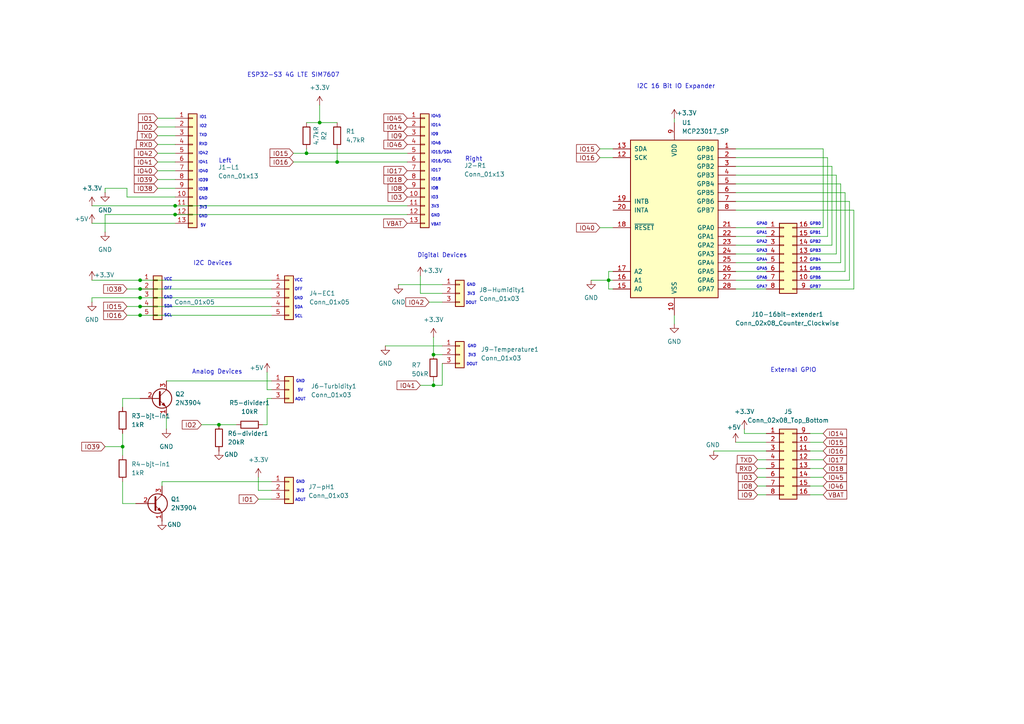
<source format=kicad_sch>
(kicad_sch
	(version 20231120)
	(generator "eeschema")
	(generator_version "8.0")
	(uuid "99fa9450-c311-4c5d-be12-f3ef10354392")
	(paper "A4")
	(lib_symbols
		(symbol "Connector_Generic:Conn_01x03"
			(pin_names
				(offset 1.016) hide)
			(exclude_from_sim no)
			(in_bom yes)
			(on_board yes)
			(property "Reference" "J"
				(at 0 5.08 0)
				(effects
					(font
						(size 1.27 1.27)
					)
				)
			)
			(property "Value" "Conn_01x03"
				(at 0 -5.08 0)
				(effects
					(font
						(size 1.27 1.27)
					)
				)
			)
			(property "Footprint" ""
				(at 0 0 0)
				(effects
					(font
						(size 1.27 1.27)
					)
					(hide yes)
				)
			)
			(property "Datasheet" "~"
				(at 0 0 0)
				(effects
					(font
						(size 1.27 1.27)
					)
					(hide yes)
				)
			)
			(property "Description" "Generic connector, single row, 01x03, script generated (kicad-library-utils/schlib/autogen/connector/)"
				(at 0 0 0)
				(effects
					(font
						(size 1.27 1.27)
					)
					(hide yes)
				)
			)
			(property "ki_keywords" "connector"
				(at 0 0 0)
				(effects
					(font
						(size 1.27 1.27)
					)
					(hide yes)
				)
			)
			(property "ki_fp_filters" "Connector*:*_1x??_*"
				(at 0 0 0)
				(effects
					(font
						(size 1.27 1.27)
					)
					(hide yes)
				)
			)
			(symbol "Conn_01x03_1_1"
				(rectangle
					(start -1.27 -2.413)
					(end 0 -2.667)
					(stroke
						(width 0.1524)
						(type default)
					)
					(fill
						(type none)
					)
				)
				(rectangle
					(start -1.27 0.127)
					(end 0 -0.127)
					(stroke
						(width 0.1524)
						(type default)
					)
					(fill
						(type none)
					)
				)
				(rectangle
					(start -1.27 2.667)
					(end 0 2.413)
					(stroke
						(width 0.1524)
						(type default)
					)
					(fill
						(type none)
					)
				)
				(rectangle
					(start -1.27 3.81)
					(end 1.27 -3.81)
					(stroke
						(width 0.254)
						(type default)
					)
					(fill
						(type background)
					)
				)
				(pin passive line
					(at -5.08 2.54 0)
					(length 3.81)
					(name "Pin_1"
						(effects
							(font
								(size 1.27 1.27)
							)
						)
					)
					(number "1"
						(effects
							(font
								(size 1.27 1.27)
							)
						)
					)
				)
				(pin passive line
					(at -5.08 0 0)
					(length 3.81)
					(name "Pin_2"
						(effects
							(font
								(size 1.27 1.27)
							)
						)
					)
					(number "2"
						(effects
							(font
								(size 1.27 1.27)
							)
						)
					)
				)
				(pin passive line
					(at -5.08 -2.54 0)
					(length 3.81)
					(name "Pin_3"
						(effects
							(font
								(size 1.27 1.27)
							)
						)
					)
					(number "3"
						(effects
							(font
								(size 1.27 1.27)
							)
						)
					)
				)
			)
		)
		(symbol "Connector_Generic:Conn_01x05"
			(pin_names
				(offset 1.016) hide)
			(exclude_from_sim no)
			(in_bom yes)
			(on_board yes)
			(property "Reference" "J"
				(at 0 7.62 0)
				(effects
					(font
						(size 1.27 1.27)
					)
				)
			)
			(property "Value" "Conn_01x05"
				(at 0 -7.62 0)
				(effects
					(font
						(size 1.27 1.27)
					)
				)
			)
			(property "Footprint" ""
				(at 0 0 0)
				(effects
					(font
						(size 1.27 1.27)
					)
					(hide yes)
				)
			)
			(property "Datasheet" "~"
				(at 0 0 0)
				(effects
					(font
						(size 1.27 1.27)
					)
					(hide yes)
				)
			)
			(property "Description" "Generic connector, single row, 01x05, script generated (kicad-library-utils/schlib/autogen/connector/)"
				(at 0 0 0)
				(effects
					(font
						(size 1.27 1.27)
					)
					(hide yes)
				)
			)
			(property "ki_keywords" "connector"
				(at 0 0 0)
				(effects
					(font
						(size 1.27 1.27)
					)
					(hide yes)
				)
			)
			(property "ki_fp_filters" "Connector*:*_1x??_*"
				(at 0 0 0)
				(effects
					(font
						(size 1.27 1.27)
					)
					(hide yes)
				)
			)
			(symbol "Conn_01x05_1_1"
				(rectangle
					(start -1.27 -4.953)
					(end 0 -5.207)
					(stroke
						(width 0.1524)
						(type default)
					)
					(fill
						(type none)
					)
				)
				(rectangle
					(start -1.27 -2.413)
					(end 0 -2.667)
					(stroke
						(width 0.1524)
						(type default)
					)
					(fill
						(type none)
					)
				)
				(rectangle
					(start -1.27 0.127)
					(end 0 -0.127)
					(stroke
						(width 0.1524)
						(type default)
					)
					(fill
						(type none)
					)
				)
				(rectangle
					(start -1.27 2.667)
					(end 0 2.413)
					(stroke
						(width 0.1524)
						(type default)
					)
					(fill
						(type none)
					)
				)
				(rectangle
					(start -1.27 5.207)
					(end 0 4.953)
					(stroke
						(width 0.1524)
						(type default)
					)
					(fill
						(type none)
					)
				)
				(rectangle
					(start -1.27 6.35)
					(end 1.27 -6.35)
					(stroke
						(width 0.254)
						(type default)
					)
					(fill
						(type background)
					)
				)
				(pin passive line
					(at -5.08 5.08 0)
					(length 3.81)
					(name "Pin_1"
						(effects
							(font
								(size 1.27 1.27)
							)
						)
					)
					(number "1"
						(effects
							(font
								(size 1.27 1.27)
							)
						)
					)
				)
				(pin passive line
					(at -5.08 2.54 0)
					(length 3.81)
					(name "Pin_2"
						(effects
							(font
								(size 1.27 1.27)
							)
						)
					)
					(number "2"
						(effects
							(font
								(size 1.27 1.27)
							)
						)
					)
				)
				(pin passive line
					(at -5.08 0 0)
					(length 3.81)
					(name "Pin_3"
						(effects
							(font
								(size 1.27 1.27)
							)
						)
					)
					(number "3"
						(effects
							(font
								(size 1.27 1.27)
							)
						)
					)
				)
				(pin passive line
					(at -5.08 -2.54 0)
					(length 3.81)
					(name "Pin_4"
						(effects
							(font
								(size 1.27 1.27)
							)
						)
					)
					(number "4"
						(effects
							(font
								(size 1.27 1.27)
							)
						)
					)
				)
				(pin passive line
					(at -5.08 -5.08 0)
					(length 3.81)
					(name "Pin_5"
						(effects
							(font
								(size 1.27 1.27)
							)
						)
					)
					(number "5"
						(effects
							(font
								(size 1.27 1.27)
							)
						)
					)
				)
			)
		)
		(symbol "Connector_Generic:Conn_01x13"
			(pin_names
				(offset 1.016) hide)
			(exclude_from_sim no)
			(in_bom yes)
			(on_board yes)
			(property "Reference" "J"
				(at 0 17.78 0)
				(effects
					(font
						(size 1.27 1.27)
					)
				)
			)
			(property "Value" "Conn_01x13"
				(at 0 -17.78 0)
				(effects
					(font
						(size 1.27 1.27)
					)
				)
			)
			(property "Footprint" ""
				(at 0 0 0)
				(effects
					(font
						(size 1.27 1.27)
					)
					(hide yes)
				)
			)
			(property "Datasheet" "~"
				(at 0 0 0)
				(effects
					(font
						(size 1.27 1.27)
					)
					(hide yes)
				)
			)
			(property "Description" "Generic connector, single row, 01x13, script generated (kicad-library-utils/schlib/autogen/connector/)"
				(at 0 0 0)
				(effects
					(font
						(size 1.27 1.27)
					)
					(hide yes)
				)
			)
			(property "ki_keywords" "connector"
				(at 0 0 0)
				(effects
					(font
						(size 1.27 1.27)
					)
					(hide yes)
				)
			)
			(property "ki_fp_filters" "Connector*:*_1x??_*"
				(at 0 0 0)
				(effects
					(font
						(size 1.27 1.27)
					)
					(hide yes)
				)
			)
			(symbol "Conn_01x13_1_1"
				(rectangle
					(start -1.27 -15.113)
					(end 0 -15.367)
					(stroke
						(width 0.1524)
						(type default)
					)
					(fill
						(type none)
					)
				)
				(rectangle
					(start -1.27 -12.573)
					(end 0 -12.827)
					(stroke
						(width 0.1524)
						(type default)
					)
					(fill
						(type none)
					)
				)
				(rectangle
					(start -1.27 -10.033)
					(end 0 -10.287)
					(stroke
						(width 0.1524)
						(type default)
					)
					(fill
						(type none)
					)
				)
				(rectangle
					(start -1.27 -7.493)
					(end 0 -7.747)
					(stroke
						(width 0.1524)
						(type default)
					)
					(fill
						(type none)
					)
				)
				(rectangle
					(start -1.27 -4.953)
					(end 0 -5.207)
					(stroke
						(width 0.1524)
						(type default)
					)
					(fill
						(type none)
					)
				)
				(rectangle
					(start -1.27 -2.413)
					(end 0 -2.667)
					(stroke
						(width 0.1524)
						(type default)
					)
					(fill
						(type none)
					)
				)
				(rectangle
					(start -1.27 0.127)
					(end 0 -0.127)
					(stroke
						(width 0.1524)
						(type default)
					)
					(fill
						(type none)
					)
				)
				(rectangle
					(start -1.27 2.667)
					(end 0 2.413)
					(stroke
						(width 0.1524)
						(type default)
					)
					(fill
						(type none)
					)
				)
				(rectangle
					(start -1.27 5.207)
					(end 0 4.953)
					(stroke
						(width 0.1524)
						(type default)
					)
					(fill
						(type none)
					)
				)
				(rectangle
					(start -1.27 7.747)
					(end 0 7.493)
					(stroke
						(width 0.1524)
						(type default)
					)
					(fill
						(type none)
					)
				)
				(rectangle
					(start -1.27 10.287)
					(end 0 10.033)
					(stroke
						(width 0.1524)
						(type default)
					)
					(fill
						(type none)
					)
				)
				(rectangle
					(start -1.27 12.827)
					(end 0 12.573)
					(stroke
						(width 0.1524)
						(type default)
					)
					(fill
						(type none)
					)
				)
				(rectangle
					(start -1.27 15.367)
					(end 0 15.113)
					(stroke
						(width 0.1524)
						(type default)
					)
					(fill
						(type none)
					)
				)
				(rectangle
					(start -1.27 16.51)
					(end 1.27 -16.51)
					(stroke
						(width 0.254)
						(type default)
					)
					(fill
						(type background)
					)
				)
				(pin passive line
					(at -5.08 15.24 0)
					(length 3.81)
					(name "Pin_1"
						(effects
							(font
								(size 1.27 1.27)
							)
						)
					)
					(number "1"
						(effects
							(font
								(size 1.27 1.27)
							)
						)
					)
				)
				(pin passive line
					(at -5.08 -7.62 0)
					(length 3.81)
					(name "Pin_10"
						(effects
							(font
								(size 1.27 1.27)
							)
						)
					)
					(number "10"
						(effects
							(font
								(size 1.27 1.27)
							)
						)
					)
				)
				(pin passive line
					(at -5.08 -10.16 0)
					(length 3.81)
					(name "Pin_11"
						(effects
							(font
								(size 1.27 1.27)
							)
						)
					)
					(number "11"
						(effects
							(font
								(size 1.27 1.27)
							)
						)
					)
				)
				(pin passive line
					(at -5.08 -12.7 0)
					(length 3.81)
					(name "Pin_12"
						(effects
							(font
								(size 1.27 1.27)
							)
						)
					)
					(number "12"
						(effects
							(font
								(size 1.27 1.27)
							)
						)
					)
				)
				(pin passive line
					(at -5.08 -15.24 0)
					(length 3.81)
					(name "Pin_13"
						(effects
							(font
								(size 1.27 1.27)
							)
						)
					)
					(number "13"
						(effects
							(font
								(size 1.27 1.27)
							)
						)
					)
				)
				(pin passive line
					(at -5.08 12.7 0)
					(length 3.81)
					(name "Pin_2"
						(effects
							(font
								(size 1.27 1.27)
							)
						)
					)
					(number "2"
						(effects
							(font
								(size 1.27 1.27)
							)
						)
					)
				)
				(pin passive line
					(at -5.08 10.16 0)
					(length 3.81)
					(name "Pin_3"
						(effects
							(font
								(size 1.27 1.27)
							)
						)
					)
					(number "3"
						(effects
							(font
								(size 1.27 1.27)
							)
						)
					)
				)
				(pin passive line
					(at -5.08 7.62 0)
					(length 3.81)
					(name "Pin_4"
						(effects
							(font
								(size 1.27 1.27)
							)
						)
					)
					(number "4"
						(effects
							(font
								(size 1.27 1.27)
							)
						)
					)
				)
				(pin passive line
					(at -5.08 5.08 0)
					(length 3.81)
					(name "Pin_5"
						(effects
							(font
								(size 1.27 1.27)
							)
						)
					)
					(number "5"
						(effects
							(font
								(size 1.27 1.27)
							)
						)
					)
				)
				(pin passive line
					(at -5.08 2.54 0)
					(length 3.81)
					(name "Pin_6"
						(effects
							(font
								(size 1.27 1.27)
							)
						)
					)
					(number "6"
						(effects
							(font
								(size 1.27 1.27)
							)
						)
					)
				)
				(pin passive line
					(at -5.08 0 0)
					(length 3.81)
					(name "Pin_7"
						(effects
							(font
								(size 1.27 1.27)
							)
						)
					)
					(number "7"
						(effects
							(font
								(size 1.27 1.27)
							)
						)
					)
				)
				(pin passive line
					(at -5.08 -2.54 0)
					(length 3.81)
					(name "Pin_8"
						(effects
							(font
								(size 1.27 1.27)
							)
						)
					)
					(number "8"
						(effects
							(font
								(size 1.27 1.27)
							)
						)
					)
				)
				(pin passive line
					(at -5.08 -5.08 0)
					(length 3.81)
					(name "Pin_9"
						(effects
							(font
								(size 1.27 1.27)
							)
						)
					)
					(number "9"
						(effects
							(font
								(size 1.27 1.27)
							)
						)
					)
				)
			)
		)
		(symbol "Connector_Generic:Conn_02x08_Counter_Clockwise"
			(pin_names
				(offset 1.016) hide)
			(exclude_from_sim no)
			(in_bom yes)
			(on_board yes)
			(property "Reference" "J"
				(at 1.27 10.16 0)
				(effects
					(font
						(size 1.27 1.27)
					)
				)
			)
			(property "Value" "Conn_02x08_Counter_Clockwise"
				(at 1.27 -12.7 0)
				(effects
					(font
						(size 1.27 1.27)
					)
				)
			)
			(property "Footprint" ""
				(at 0 0 0)
				(effects
					(font
						(size 1.27 1.27)
					)
					(hide yes)
				)
			)
			(property "Datasheet" "~"
				(at 0 0 0)
				(effects
					(font
						(size 1.27 1.27)
					)
					(hide yes)
				)
			)
			(property "Description" "Generic connector, double row, 02x08, counter clockwise pin numbering scheme (similar to DIP package numbering), script generated (kicad-library-utils/schlib/autogen/connector/)"
				(at 0 0 0)
				(effects
					(font
						(size 1.27 1.27)
					)
					(hide yes)
				)
			)
			(property "ki_keywords" "connector"
				(at 0 0 0)
				(effects
					(font
						(size 1.27 1.27)
					)
					(hide yes)
				)
			)
			(property "ki_fp_filters" "Connector*:*_2x??_*"
				(at 0 0 0)
				(effects
					(font
						(size 1.27 1.27)
					)
					(hide yes)
				)
			)
			(symbol "Conn_02x08_Counter_Clockwise_1_1"
				(rectangle
					(start -1.27 -10.033)
					(end 0 -10.287)
					(stroke
						(width 0.1524)
						(type default)
					)
					(fill
						(type none)
					)
				)
				(rectangle
					(start -1.27 -7.493)
					(end 0 -7.747)
					(stroke
						(width 0.1524)
						(type default)
					)
					(fill
						(type none)
					)
				)
				(rectangle
					(start -1.27 -4.953)
					(end 0 -5.207)
					(stroke
						(width 0.1524)
						(type default)
					)
					(fill
						(type none)
					)
				)
				(rectangle
					(start -1.27 -2.413)
					(end 0 -2.667)
					(stroke
						(width 0.1524)
						(type default)
					)
					(fill
						(type none)
					)
				)
				(rectangle
					(start -1.27 0.127)
					(end 0 -0.127)
					(stroke
						(width 0.1524)
						(type default)
					)
					(fill
						(type none)
					)
				)
				(rectangle
					(start -1.27 2.667)
					(end 0 2.413)
					(stroke
						(width 0.1524)
						(type default)
					)
					(fill
						(type none)
					)
				)
				(rectangle
					(start -1.27 5.207)
					(end 0 4.953)
					(stroke
						(width 0.1524)
						(type default)
					)
					(fill
						(type none)
					)
				)
				(rectangle
					(start -1.27 7.747)
					(end 0 7.493)
					(stroke
						(width 0.1524)
						(type default)
					)
					(fill
						(type none)
					)
				)
				(rectangle
					(start -1.27 8.89)
					(end 3.81 -11.43)
					(stroke
						(width 0.254)
						(type default)
					)
					(fill
						(type background)
					)
				)
				(rectangle
					(start 3.81 -10.033)
					(end 2.54 -10.287)
					(stroke
						(width 0.1524)
						(type default)
					)
					(fill
						(type none)
					)
				)
				(rectangle
					(start 3.81 -7.493)
					(end 2.54 -7.747)
					(stroke
						(width 0.1524)
						(type default)
					)
					(fill
						(type none)
					)
				)
				(rectangle
					(start 3.81 -4.953)
					(end 2.54 -5.207)
					(stroke
						(width 0.1524)
						(type default)
					)
					(fill
						(type none)
					)
				)
				(rectangle
					(start 3.81 -2.413)
					(end 2.54 -2.667)
					(stroke
						(width 0.1524)
						(type default)
					)
					(fill
						(type none)
					)
				)
				(rectangle
					(start 3.81 0.127)
					(end 2.54 -0.127)
					(stroke
						(width 0.1524)
						(type default)
					)
					(fill
						(type none)
					)
				)
				(rectangle
					(start 3.81 2.667)
					(end 2.54 2.413)
					(stroke
						(width 0.1524)
						(type default)
					)
					(fill
						(type none)
					)
				)
				(rectangle
					(start 3.81 5.207)
					(end 2.54 4.953)
					(stroke
						(width 0.1524)
						(type default)
					)
					(fill
						(type none)
					)
				)
				(rectangle
					(start 3.81 7.747)
					(end 2.54 7.493)
					(stroke
						(width 0.1524)
						(type default)
					)
					(fill
						(type none)
					)
				)
				(pin passive line
					(at -5.08 7.62 0)
					(length 3.81)
					(name "Pin_1"
						(effects
							(font
								(size 1.27 1.27)
							)
						)
					)
					(number "1"
						(effects
							(font
								(size 1.27 1.27)
							)
						)
					)
				)
				(pin passive line
					(at 7.62 -7.62 180)
					(length 3.81)
					(name "Pin_10"
						(effects
							(font
								(size 1.27 1.27)
							)
						)
					)
					(number "10"
						(effects
							(font
								(size 1.27 1.27)
							)
						)
					)
				)
				(pin passive line
					(at 7.62 -5.08 180)
					(length 3.81)
					(name "Pin_11"
						(effects
							(font
								(size 1.27 1.27)
							)
						)
					)
					(number "11"
						(effects
							(font
								(size 1.27 1.27)
							)
						)
					)
				)
				(pin passive line
					(at 7.62 -2.54 180)
					(length 3.81)
					(name "Pin_12"
						(effects
							(font
								(size 1.27 1.27)
							)
						)
					)
					(number "12"
						(effects
							(font
								(size 1.27 1.27)
							)
						)
					)
				)
				(pin passive line
					(at 7.62 0 180)
					(length 3.81)
					(name "Pin_13"
						(effects
							(font
								(size 1.27 1.27)
							)
						)
					)
					(number "13"
						(effects
							(font
								(size 1.27 1.27)
							)
						)
					)
				)
				(pin passive line
					(at 7.62 2.54 180)
					(length 3.81)
					(name "Pin_14"
						(effects
							(font
								(size 1.27 1.27)
							)
						)
					)
					(number "14"
						(effects
							(font
								(size 1.27 1.27)
							)
						)
					)
				)
				(pin passive line
					(at 7.62 5.08 180)
					(length 3.81)
					(name "Pin_15"
						(effects
							(font
								(size 1.27 1.27)
							)
						)
					)
					(number "15"
						(effects
							(font
								(size 1.27 1.27)
							)
						)
					)
				)
				(pin passive line
					(at 7.62 7.62 180)
					(length 3.81)
					(name "Pin_16"
						(effects
							(font
								(size 1.27 1.27)
							)
						)
					)
					(number "16"
						(effects
							(font
								(size 1.27 1.27)
							)
						)
					)
				)
				(pin passive line
					(at -5.08 5.08 0)
					(length 3.81)
					(name "Pin_2"
						(effects
							(font
								(size 1.27 1.27)
							)
						)
					)
					(number "2"
						(effects
							(font
								(size 1.27 1.27)
							)
						)
					)
				)
				(pin passive line
					(at -5.08 2.54 0)
					(length 3.81)
					(name "Pin_3"
						(effects
							(font
								(size 1.27 1.27)
							)
						)
					)
					(number "3"
						(effects
							(font
								(size 1.27 1.27)
							)
						)
					)
				)
				(pin passive line
					(at -5.08 0 0)
					(length 3.81)
					(name "Pin_4"
						(effects
							(font
								(size 1.27 1.27)
							)
						)
					)
					(number "4"
						(effects
							(font
								(size 1.27 1.27)
							)
						)
					)
				)
				(pin passive line
					(at -5.08 -2.54 0)
					(length 3.81)
					(name "Pin_5"
						(effects
							(font
								(size 1.27 1.27)
							)
						)
					)
					(number "5"
						(effects
							(font
								(size 1.27 1.27)
							)
						)
					)
				)
				(pin passive line
					(at -5.08 -5.08 0)
					(length 3.81)
					(name "Pin_6"
						(effects
							(font
								(size 1.27 1.27)
							)
						)
					)
					(number "6"
						(effects
							(font
								(size 1.27 1.27)
							)
						)
					)
				)
				(pin passive line
					(at -5.08 -7.62 0)
					(length 3.81)
					(name "Pin_7"
						(effects
							(font
								(size 1.27 1.27)
							)
						)
					)
					(number "7"
						(effects
							(font
								(size 1.27 1.27)
							)
						)
					)
				)
				(pin passive line
					(at -5.08 -10.16 0)
					(length 3.81)
					(name "Pin_8"
						(effects
							(font
								(size 1.27 1.27)
							)
						)
					)
					(number "8"
						(effects
							(font
								(size 1.27 1.27)
							)
						)
					)
				)
				(pin passive line
					(at 7.62 -10.16 180)
					(length 3.81)
					(name "Pin_9"
						(effects
							(font
								(size 1.27 1.27)
							)
						)
					)
					(number "9"
						(effects
							(font
								(size 1.27 1.27)
							)
						)
					)
				)
			)
		)
		(symbol "Connector_Generic:Conn_02x08_Top_Bottom"
			(pin_names
				(offset 1.016) hide)
			(exclude_from_sim no)
			(in_bom yes)
			(on_board yes)
			(property "Reference" "J"
				(at 1.27 10.16 0)
				(effects
					(font
						(size 1.27 1.27)
					)
				)
			)
			(property "Value" "Conn_02x08_Top_Bottom"
				(at 1.27 -12.7 0)
				(effects
					(font
						(size 1.27 1.27)
					)
				)
			)
			(property "Footprint" ""
				(at 0 0 0)
				(effects
					(font
						(size 1.27 1.27)
					)
					(hide yes)
				)
			)
			(property "Datasheet" "~"
				(at 0 0 0)
				(effects
					(font
						(size 1.27 1.27)
					)
					(hide yes)
				)
			)
			(property "Description" "Generic connector, double row, 02x08, top/bottom pin numbering scheme (row 1: 1...pins_per_row, row2: pins_per_row+1 ... num_pins), script generated (kicad-library-utils/schlib/autogen/connector/)"
				(at 0 0 0)
				(effects
					(font
						(size 1.27 1.27)
					)
					(hide yes)
				)
			)
			(property "ki_keywords" "connector"
				(at 0 0 0)
				(effects
					(font
						(size 1.27 1.27)
					)
					(hide yes)
				)
			)
			(property "ki_fp_filters" "Connector*:*_2x??_*"
				(at 0 0 0)
				(effects
					(font
						(size 1.27 1.27)
					)
					(hide yes)
				)
			)
			(symbol "Conn_02x08_Top_Bottom_1_1"
				(rectangle
					(start -1.27 -10.033)
					(end 0 -10.287)
					(stroke
						(width 0.1524)
						(type default)
					)
					(fill
						(type none)
					)
				)
				(rectangle
					(start -1.27 -7.493)
					(end 0 -7.747)
					(stroke
						(width 0.1524)
						(type default)
					)
					(fill
						(type none)
					)
				)
				(rectangle
					(start -1.27 -4.953)
					(end 0 -5.207)
					(stroke
						(width 0.1524)
						(type default)
					)
					(fill
						(type none)
					)
				)
				(rectangle
					(start -1.27 -2.413)
					(end 0 -2.667)
					(stroke
						(width 0.1524)
						(type default)
					)
					(fill
						(type none)
					)
				)
				(rectangle
					(start -1.27 0.127)
					(end 0 -0.127)
					(stroke
						(width 0.1524)
						(type default)
					)
					(fill
						(type none)
					)
				)
				(rectangle
					(start -1.27 2.667)
					(end 0 2.413)
					(stroke
						(width 0.1524)
						(type default)
					)
					(fill
						(type none)
					)
				)
				(rectangle
					(start -1.27 5.207)
					(end 0 4.953)
					(stroke
						(width 0.1524)
						(type default)
					)
					(fill
						(type none)
					)
				)
				(rectangle
					(start -1.27 7.747)
					(end 0 7.493)
					(stroke
						(width 0.1524)
						(type default)
					)
					(fill
						(type none)
					)
				)
				(rectangle
					(start -1.27 8.89)
					(end 3.81 -11.43)
					(stroke
						(width 0.254)
						(type default)
					)
					(fill
						(type background)
					)
				)
				(rectangle
					(start 3.81 -10.033)
					(end 2.54 -10.287)
					(stroke
						(width 0.1524)
						(type default)
					)
					(fill
						(type none)
					)
				)
				(rectangle
					(start 3.81 -7.493)
					(end 2.54 -7.747)
					(stroke
						(width 0.1524)
						(type default)
					)
					(fill
						(type none)
					)
				)
				(rectangle
					(start 3.81 -4.953)
					(end 2.54 -5.207)
					(stroke
						(width 0.1524)
						(type default)
					)
					(fill
						(type none)
					)
				)
				(rectangle
					(start 3.81 -2.413)
					(end 2.54 -2.667)
					(stroke
						(width 0.1524)
						(type default)
					)
					(fill
						(type none)
					)
				)
				(rectangle
					(start 3.81 0.127)
					(end 2.54 -0.127)
					(stroke
						(width 0.1524)
						(type default)
					)
					(fill
						(type none)
					)
				)
				(rectangle
					(start 3.81 2.667)
					(end 2.54 2.413)
					(stroke
						(width 0.1524)
						(type default)
					)
					(fill
						(type none)
					)
				)
				(rectangle
					(start 3.81 5.207)
					(end 2.54 4.953)
					(stroke
						(width 0.1524)
						(type default)
					)
					(fill
						(type none)
					)
				)
				(rectangle
					(start 3.81 7.747)
					(end 2.54 7.493)
					(stroke
						(width 0.1524)
						(type default)
					)
					(fill
						(type none)
					)
				)
				(pin passive line
					(at -5.08 7.62 0)
					(length 3.81)
					(name "Pin_1"
						(effects
							(font
								(size 1.27 1.27)
							)
						)
					)
					(number "1"
						(effects
							(font
								(size 1.27 1.27)
							)
						)
					)
				)
				(pin passive line
					(at 7.62 5.08 180)
					(length 3.81)
					(name "Pin_10"
						(effects
							(font
								(size 1.27 1.27)
							)
						)
					)
					(number "10"
						(effects
							(font
								(size 1.27 1.27)
							)
						)
					)
				)
				(pin passive line
					(at 7.62 2.54 180)
					(length 3.81)
					(name "Pin_11"
						(effects
							(font
								(size 1.27 1.27)
							)
						)
					)
					(number "11"
						(effects
							(font
								(size 1.27 1.27)
							)
						)
					)
				)
				(pin passive line
					(at 7.62 0 180)
					(length 3.81)
					(name "Pin_12"
						(effects
							(font
								(size 1.27 1.27)
							)
						)
					)
					(number "12"
						(effects
							(font
								(size 1.27 1.27)
							)
						)
					)
				)
				(pin passive line
					(at 7.62 -2.54 180)
					(length 3.81)
					(name "Pin_13"
						(effects
							(font
								(size 1.27 1.27)
							)
						)
					)
					(number "13"
						(effects
							(font
								(size 1.27 1.27)
							)
						)
					)
				)
				(pin passive line
					(at 7.62 -5.08 180)
					(length 3.81)
					(name "Pin_14"
						(effects
							(font
								(size 1.27 1.27)
							)
						)
					)
					(number "14"
						(effects
							(font
								(size 1.27 1.27)
							)
						)
					)
				)
				(pin passive line
					(at 7.62 -7.62 180)
					(length 3.81)
					(name "Pin_15"
						(effects
							(font
								(size 1.27 1.27)
							)
						)
					)
					(number "15"
						(effects
							(font
								(size 1.27 1.27)
							)
						)
					)
				)
				(pin passive line
					(at 7.62 -10.16 180)
					(length 3.81)
					(name "Pin_16"
						(effects
							(font
								(size 1.27 1.27)
							)
						)
					)
					(number "16"
						(effects
							(font
								(size 1.27 1.27)
							)
						)
					)
				)
				(pin passive line
					(at -5.08 5.08 0)
					(length 3.81)
					(name "Pin_2"
						(effects
							(font
								(size 1.27 1.27)
							)
						)
					)
					(number "2"
						(effects
							(font
								(size 1.27 1.27)
							)
						)
					)
				)
				(pin passive line
					(at -5.08 2.54 0)
					(length 3.81)
					(name "Pin_3"
						(effects
							(font
								(size 1.27 1.27)
							)
						)
					)
					(number "3"
						(effects
							(font
								(size 1.27 1.27)
							)
						)
					)
				)
				(pin passive line
					(at -5.08 0 0)
					(length 3.81)
					(name "Pin_4"
						(effects
							(font
								(size 1.27 1.27)
							)
						)
					)
					(number "4"
						(effects
							(font
								(size 1.27 1.27)
							)
						)
					)
				)
				(pin passive line
					(at -5.08 -2.54 0)
					(length 3.81)
					(name "Pin_5"
						(effects
							(font
								(size 1.27 1.27)
							)
						)
					)
					(number "5"
						(effects
							(font
								(size 1.27 1.27)
							)
						)
					)
				)
				(pin passive line
					(at -5.08 -5.08 0)
					(length 3.81)
					(name "Pin_6"
						(effects
							(font
								(size 1.27 1.27)
							)
						)
					)
					(number "6"
						(effects
							(font
								(size 1.27 1.27)
							)
						)
					)
				)
				(pin passive line
					(at -5.08 -7.62 0)
					(length 3.81)
					(name "Pin_7"
						(effects
							(font
								(size 1.27 1.27)
							)
						)
					)
					(number "7"
						(effects
							(font
								(size 1.27 1.27)
							)
						)
					)
				)
				(pin passive line
					(at -5.08 -10.16 0)
					(length 3.81)
					(name "Pin_8"
						(effects
							(font
								(size 1.27 1.27)
							)
						)
					)
					(number "8"
						(effects
							(font
								(size 1.27 1.27)
							)
						)
					)
				)
				(pin passive line
					(at 7.62 7.62 180)
					(length 3.81)
					(name "Pin_9"
						(effects
							(font
								(size 1.27 1.27)
							)
						)
					)
					(number "9"
						(effects
							(font
								(size 1.27 1.27)
							)
						)
					)
				)
			)
		)
		(symbol "Device:R"
			(pin_numbers hide)
			(pin_names
				(offset 0)
			)
			(exclude_from_sim no)
			(in_bom yes)
			(on_board yes)
			(property "Reference" "R"
				(at 2.032 0 90)
				(effects
					(font
						(size 1.27 1.27)
					)
				)
			)
			(property "Value" "R"
				(at 0 0 90)
				(effects
					(font
						(size 1.27 1.27)
					)
				)
			)
			(property "Footprint" ""
				(at -1.778 0 90)
				(effects
					(font
						(size 1.27 1.27)
					)
					(hide yes)
				)
			)
			(property "Datasheet" "~"
				(at 0 0 0)
				(effects
					(font
						(size 1.27 1.27)
					)
					(hide yes)
				)
			)
			(property "Description" "Resistor"
				(at 0 0 0)
				(effects
					(font
						(size 1.27 1.27)
					)
					(hide yes)
				)
			)
			(property "ki_keywords" "R res resistor"
				(at 0 0 0)
				(effects
					(font
						(size 1.27 1.27)
					)
					(hide yes)
				)
			)
			(property "ki_fp_filters" "R_*"
				(at 0 0 0)
				(effects
					(font
						(size 1.27 1.27)
					)
					(hide yes)
				)
			)
			(symbol "R_0_1"
				(rectangle
					(start -1.016 -2.54)
					(end 1.016 2.54)
					(stroke
						(width 0.254)
						(type default)
					)
					(fill
						(type none)
					)
				)
			)
			(symbol "R_1_1"
				(pin passive line
					(at 0 3.81 270)
					(length 1.27)
					(name "~"
						(effects
							(font
								(size 1.27 1.27)
							)
						)
					)
					(number "1"
						(effects
							(font
								(size 1.27 1.27)
							)
						)
					)
				)
				(pin passive line
					(at 0 -3.81 90)
					(length 1.27)
					(name "~"
						(effects
							(font
								(size 1.27 1.27)
							)
						)
					)
					(number "2"
						(effects
							(font
								(size 1.27 1.27)
							)
						)
					)
				)
			)
		)
		(symbol "Interface_Expansion:MCP23017_SP"
			(pin_names
				(offset 1.016)
			)
			(exclude_from_sim no)
			(in_bom yes)
			(on_board yes)
			(property "Reference" "U"
				(at -11.43 24.13 0)
				(effects
					(font
						(size 1.27 1.27)
					)
				)
			)
			(property "Value" "MCP23017_SP"
				(at 0 0 0)
				(effects
					(font
						(size 1.27 1.27)
					)
				)
			)
			(property "Footprint" "Package_DIP:DIP-28_W7.62mm"
				(at 5.08 -25.4 0)
				(effects
					(font
						(size 1.27 1.27)
					)
					(justify left)
					(hide yes)
				)
			)
			(property "Datasheet" "http://ww1.microchip.com/downloads/en/DeviceDoc/20001952C.pdf"
				(at 5.08 -27.94 0)
				(effects
					(font
						(size 1.27 1.27)
					)
					(justify left)
					(hide yes)
				)
			)
			(property "Description" "16-bit I/O expander, I2C, interrupts, w pull-ups, SPDIP-28"
				(at 0 0 0)
				(effects
					(font
						(size 1.27 1.27)
					)
					(hide yes)
				)
			)
			(property "ki_keywords" "I2C parallel port expander"
				(at 0 0 0)
				(effects
					(font
						(size 1.27 1.27)
					)
					(hide yes)
				)
			)
			(property "ki_fp_filters" "DIP*W7.62mm*"
				(at 0 0 0)
				(effects
					(font
						(size 1.27 1.27)
					)
					(hide yes)
				)
			)
			(symbol "MCP23017_SP_0_1"
				(rectangle
					(start -12.7 22.86)
					(end 12.7 -22.86)
					(stroke
						(width 0.254)
						(type default)
					)
					(fill
						(type background)
					)
				)
			)
			(symbol "MCP23017_SP_1_1"
				(pin bidirectional line
					(at 17.78 20.32 180)
					(length 5.08)
					(name "GPB0"
						(effects
							(font
								(size 1.27 1.27)
							)
						)
					)
					(number "1"
						(effects
							(font
								(size 1.27 1.27)
							)
						)
					)
				)
				(pin power_in line
					(at 0 -27.94 90)
					(length 5.08)
					(name "VSS"
						(effects
							(font
								(size 1.27 1.27)
							)
						)
					)
					(number "10"
						(effects
							(font
								(size 1.27 1.27)
							)
						)
					)
				)
				(pin no_connect line
					(at -12.7 15.24 0)
					(length 5.08) hide
					(name "NC"
						(effects
							(font
								(size 1.27 1.27)
							)
						)
					)
					(number "11"
						(effects
							(font
								(size 1.27 1.27)
							)
						)
					)
				)
				(pin input line
					(at -17.78 17.78 0)
					(length 5.08)
					(name "SCK"
						(effects
							(font
								(size 1.27 1.27)
							)
						)
					)
					(number "12"
						(effects
							(font
								(size 1.27 1.27)
							)
						)
					)
				)
				(pin bidirectional line
					(at -17.78 20.32 0)
					(length 5.08)
					(name "SDA"
						(effects
							(font
								(size 1.27 1.27)
							)
						)
					)
					(number "13"
						(effects
							(font
								(size 1.27 1.27)
							)
						)
					)
				)
				(pin no_connect line
					(at -12.7 12.7 0)
					(length 5.08) hide
					(name "NC"
						(effects
							(font
								(size 1.27 1.27)
							)
						)
					)
					(number "14"
						(effects
							(font
								(size 1.27 1.27)
							)
						)
					)
				)
				(pin input line
					(at -17.78 -20.32 0)
					(length 5.08)
					(name "A0"
						(effects
							(font
								(size 1.27 1.27)
							)
						)
					)
					(number "15"
						(effects
							(font
								(size 1.27 1.27)
							)
						)
					)
				)
				(pin input line
					(at -17.78 -17.78 0)
					(length 5.08)
					(name "A1"
						(effects
							(font
								(size 1.27 1.27)
							)
						)
					)
					(number "16"
						(effects
							(font
								(size 1.27 1.27)
							)
						)
					)
				)
				(pin input line
					(at -17.78 -15.24 0)
					(length 5.08)
					(name "A2"
						(effects
							(font
								(size 1.27 1.27)
							)
						)
					)
					(number "17"
						(effects
							(font
								(size 1.27 1.27)
							)
						)
					)
				)
				(pin input line
					(at -17.78 -2.54 0)
					(length 5.08)
					(name "~{RESET}"
						(effects
							(font
								(size 1.27 1.27)
							)
						)
					)
					(number "18"
						(effects
							(font
								(size 1.27 1.27)
							)
						)
					)
				)
				(pin tri_state line
					(at -17.78 5.08 0)
					(length 5.08)
					(name "INTB"
						(effects
							(font
								(size 1.27 1.27)
							)
						)
					)
					(number "19"
						(effects
							(font
								(size 1.27 1.27)
							)
						)
					)
				)
				(pin bidirectional line
					(at 17.78 17.78 180)
					(length 5.08)
					(name "GPB1"
						(effects
							(font
								(size 1.27 1.27)
							)
						)
					)
					(number "2"
						(effects
							(font
								(size 1.27 1.27)
							)
						)
					)
				)
				(pin tri_state line
					(at -17.78 2.54 0)
					(length 5.08)
					(name "INTA"
						(effects
							(font
								(size 1.27 1.27)
							)
						)
					)
					(number "20"
						(effects
							(font
								(size 1.27 1.27)
							)
						)
					)
				)
				(pin bidirectional line
					(at 17.78 -2.54 180)
					(length 5.08)
					(name "GPA0"
						(effects
							(font
								(size 1.27 1.27)
							)
						)
					)
					(number "21"
						(effects
							(font
								(size 1.27 1.27)
							)
						)
					)
				)
				(pin bidirectional line
					(at 17.78 -5.08 180)
					(length 5.08)
					(name "GPA1"
						(effects
							(font
								(size 1.27 1.27)
							)
						)
					)
					(number "22"
						(effects
							(font
								(size 1.27 1.27)
							)
						)
					)
				)
				(pin bidirectional line
					(at 17.78 -7.62 180)
					(length 5.08)
					(name "GPA2"
						(effects
							(font
								(size 1.27 1.27)
							)
						)
					)
					(number "23"
						(effects
							(font
								(size 1.27 1.27)
							)
						)
					)
				)
				(pin bidirectional line
					(at 17.78 -10.16 180)
					(length 5.08)
					(name "GPA3"
						(effects
							(font
								(size 1.27 1.27)
							)
						)
					)
					(number "24"
						(effects
							(font
								(size 1.27 1.27)
							)
						)
					)
				)
				(pin bidirectional line
					(at 17.78 -12.7 180)
					(length 5.08)
					(name "GPA4"
						(effects
							(font
								(size 1.27 1.27)
							)
						)
					)
					(number "25"
						(effects
							(font
								(size 1.27 1.27)
							)
						)
					)
				)
				(pin bidirectional line
					(at 17.78 -15.24 180)
					(length 5.08)
					(name "GPA5"
						(effects
							(font
								(size 1.27 1.27)
							)
						)
					)
					(number "26"
						(effects
							(font
								(size 1.27 1.27)
							)
						)
					)
				)
				(pin bidirectional line
					(at 17.78 -17.78 180)
					(length 5.08)
					(name "GPA6"
						(effects
							(font
								(size 1.27 1.27)
							)
						)
					)
					(number "27"
						(effects
							(font
								(size 1.27 1.27)
							)
						)
					)
				)
				(pin bidirectional line
					(at 17.78 -20.32 180)
					(length 5.08)
					(name "GPA7"
						(effects
							(font
								(size 1.27 1.27)
							)
						)
					)
					(number "28"
						(effects
							(font
								(size 1.27 1.27)
							)
						)
					)
				)
				(pin bidirectional line
					(at 17.78 15.24 180)
					(length 5.08)
					(name "GPB2"
						(effects
							(font
								(size 1.27 1.27)
							)
						)
					)
					(number "3"
						(effects
							(font
								(size 1.27 1.27)
							)
						)
					)
				)
				(pin bidirectional line
					(at 17.78 12.7 180)
					(length 5.08)
					(name "GPB3"
						(effects
							(font
								(size 1.27 1.27)
							)
						)
					)
					(number "4"
						(effects
							(font
								(size 1.27 1.27)
							)
						)
					)
				)
				(pin bidirectional line
					(at 17.78 10.16 180)
					(length 5.08)
					(name "GPB4"
						(effects
							(font
								(size 1.27 1.27)
							)
						)
					)
					(number "5"
						(effects
							(font
								(size 1.27 1.27)
							)
						)
					)
				)
				(pin bidirectional line
					(at 17.78 7.62 180)
					(length 5.08)
					(name "GPB5"
						(effects
							(font
								(size 1.27 1.27)
							)
						)
					)
					(number "6"
						(effects
							(font
								(size 1.27 1.27)
							)
						)
					)
				)
				(pin bidirectional line
					(at 17.78 5.08 180)
					(length 5.08)
					(name "GPB6"
						(effects
							(font
								(size 1.27 1.27)
							)
						)
					)
					(number "7"
						(effects
							(font
								(size 1.27 1.27)
							)
						)
					)
				)
				(pin bidirectional line
					(at 17.78 2.54 180)
					(length 5.08)
					(name "GPB7"
						(effects
							(font
								(size 1.27 1.27)
							)
						)
					)
					(number "8"
						(effects
							(font
								(size 1.27 1.27)
							)
						)
					)
				)
				(pin power_in line
					(at 0 27.94 270)
					(length 5.08)
					(name "VDD"
						(effects
							(font
								(size 1.27 1.27)
							)
						)
					)
					(number "9"
						(effects
							(font
								(size 1.27 1.27)
							)
						)
					)
				)
			)
		)
		(symbol "Transistor_BJT:2N3904"
			(pin_names
				(offset 0) hide)
			(exclude_from_sim no)
			(in_bom yes)
			(on_board yes)
			(property "Reference" "Q"
				(at 5.08 1.905 0)
				(effects
					(font
						(size 1.27 1.27)
					)
					(justify left)
				)
			)
			(property "Value" "2N3904"
				(at 5.08 0 0)
				(effects
					(font
						(size 1.27 1.27)
					)
					(justify left)
				)
			)
			(property "Footprint" "Package_TO_SOT_THT:TO-92_Inline"
				(at 5.08 -1.905 0)
				(effects
					(font
						(size 1.27 1.27)
						(italic yes)
					)
					(justify left)
					(hide yes)
				)
			)
			(property "Datasheet" "https://www.onsemi.com/pub/Collateral/2N3903-D.PDF"
				(at 0 0 0)
				(effects
					(font
						(size 1.27 1.27)
					)
					(justify left)
					(hide yes)
				)
			)
			(property "Description" "0.2A Ic, 40V Vce, Small Signal NPN Transistor, TO-92"
				(at 0 0 0)
				(effects
					(font
						(size 1.27 1.27)
					)
					(hide yes)
				)
			)
			(property "ki_keywords" "NPN Transistor"
				(at 0 0 0)
				(effects
					(font
						(size 1.27 1.27)
					)
					(hide yes)
				)
			)
			(property "ki_fp_filters" "TO?92*"
				(at 0 0 0)
				(effects
					(font
						(size 1.27 1.27)
					)
					(hide yes)
				)
			)
			(symbol "2N3904_0_1"
				(polyline
					(pts
						(xy 0.635 0.635) (xy 2.54 2.54)
					)
					(stroke
						(width 0)
						(type default)
					)
					(fill
						(type none)
					)
				)
				(polyline
					(pts
						(xy 0.635 -0.635) (xy 2.54 -2.54) (xy 2.54 -2.54)
					)
					(stroke
						(width 0)
						(type default)
					)
					(fill
						(type none)
					)
				)
				(polyline
					(pts
						(xy 0.635 1.905) (xy 0.635 -1.905) (xy 0.635 -1.905)
					)
					(stroke
						(width 0.508)
						(type default)
					)
					(fill
						(type none)
					)
				)
				(polyline
					(pts
						(xy 1.27 -1.778) (xy 1.778 -1.27) (xy 2.286 -2.286) (xy 1.27 -1.778) (xy 1.27 -1.778)
					)
					(stroke
						(width 0)
						(type default)
					)
					(fill
						(type outline)
					)
				)
				(circle
					(center 1.27 0)
					(radius 2.8194)
					(stroke
						(width 0.254)
						(type default)
					)
					(fill
						(type none)
					)
				)
			)
			(symbol "2N3904_1_1"
				(pin passive line
					(at 2.54 -5.08 90)
					(length 2.54)
					(name "E"
						(effects
							(font
								(size 1.27 1.27)
							)
						)
					)
					(number "1"
						(effects
							(font
								(size 1.27 1.27)
							)
						)
					)
				)
				(pin passive line
					(at -5.08 0 0)
					(length 5.715)
					(name "B"
						(effects
							(font
								(size 1.27 1.27)
							)
						)
					)
					(number "2"
						(effects
							(font
								(size 1.27 1.27)
							)
						)
					)
				)
				(pin passive line
					(at 2.54 5.08 270)
					(length 2.54)
					(name "C"
						(effects
							(font
								(size 1.27 1.27)
							)
						)
					)
					(number "3"
						(effects
							(font
								(size 1.27 1.27)
							)
						)
					)
				)
			)
		)
		(symbol "power:+3.3V"
			(power)
			(pin_numbers hide)
			(pin_names
				(offset 0) hide)
			(exclude_from_sim no)
			(in_bom yes)
			(on_board yes)
			(property "Reference" "#PWR"
				(at 0 -3.81 0)
				(effects
					(font
						(size 1.27 1.27)
					)
					(hide yes)
				)
			)
			(property "Value" "+3.3V"
				(at 0 3.556 0)
				(effects
					(font
						(size 1.27 1.27)
					)
				)
			)
			(property "Footprint" ""
				(at 0 0 0)
				(effects
					(font
						(size 1.27 1.27)
					)
					(hide yes)
				)
			)
			(property "Datasheet" ""
				(at 0 0 0)
				(effects
					(font
						(size 1.27 1.27)
					)
					(hide yes)
				)
			)
			(property "Description" "Power symbol creates a global label with name \"+3.3V\""
				(at 0 0 0)
				(effects
					(font
						(size 1.27 1.27)
					)
					(hide yes)
				)
			)
			(property "ki_keywords" "global power"
				(at 0 0 0)
				(effects
					(font
						(size 1.27 1.27)
					)
					(hide yes)
				)
			)
			(symbol "+3.3V_0_1"
				(polyline
					(pts
						(xy -0.762 1.27) (xy 0 2.54)
					)
					(stroke
						(width 0)
						(type default)
					)
					(fill
						(type none)
					)
				)
				(polyline
					(pts
						(xy 0 0) (xy 0 2.54)
					)
					(stroke
						(width 0)
						(type default)
					)
					(fill
						(type none)
					)
				)
				(polyline
					(pts
						(xy 0 2.54) (xy 0.762 1.27)
					)
					(stroke
						(width 0)
						(type default)
					)
					(fill
						(type none)
					)
				)
			)
			(symbol "+3.3V_1_1"
				(pin power_in line
					(at 0 0 90)
					(length 0)
					(name "~"
						(effects
							(font
								(size 1.27 1.27)
							)
						)
					)
					(number "1"
						(effects
							(font
								(size 1.27 1.27)
							)
						)
					)
				)
			)
		)
		(symbol "power:+5V"
			(power)
			(pin_numbers hide)
			(pin_names
				(offset 0) hide)
			(exclude_from_sim no)
			(in_bom yes)
			(on_board yes)
			(property "Reference" "#PWR"
				(at 0 -3.81 0)
				(effects
					(font
						(size 1.27 1.27)
					)
					(hide yes)
				)
			)
			(property "Value" "+5V"
				(at 0 3.556 0)
				(effects
					(font
						(size 1.27 1.27)
					)
				)
			)
			(property "Footprint" ""
				(at 0 0 0)
				(effects
					(font
						(size 1.27 1.27)
					)
					(hide yes)
				)
			)
			(property "Datasheet" ""
				(at 0 0 0)
				(effects
					(font
						(size 1.27 1.27)
					)
					(hide yes)
				)
			)
			(property "Description" "Power symbol creates a global label with name \"+5V\""
				(at 0 0 0)
				(effects
					(font
						(size 1.27 1.27)
					)
					(hide yes)
				)
			)
			(property "ki_keywords" "global power"
				(at 0 0 0)
				(effects
					(font
						(size 1.27 1.27)
					)
					(hide yes)
				)
			)
			(symbol "+5V_0_1"
				(polyline
					(pts
						(xy -0.762 1.27) (xy 0 2.54)
					)
					(stroke
						(width 0)
						(type default)
					)
					(fill
						(type none)
					)
				)
				(polyline
					(pts
						(xy 0 0) (xy 0 2.54)
					)
					(stroke
						(width 0)
						(type default)
					)
					(fill
						(type none)
					)
				)
				(polyline
					(pts
						(xy 0 2.54) (xy 0.762 1.27)
					)
					(stroke
						(width 0)
						(type default)
					)
					(fill
						(type none)
					)
				)
			)
			(symbol "+5V_1_1"
				(pin power_in line
					(at 0 0 90)
					(length 0)
					(name "~"
						(effects
							(font
								(size 1.27 1.27)
							)
						)
					)
					(number "1"
						(effects
							(font
								(size 1.27 1.27)
							)
						)
					)
				)
			)
		)
		(symbol "power:GND"
			(power)
			(pin_numbers hide)
			(pin_names
				(offset 0) hide)
			(exclude_from_sim no)
			(in_bom yes)
			(on_board yes)
			(property "Reference" "#PWR"
				(at 0 -6.35 0)
				(effects
					(font
						(size 1.27 1.27)
					)
					(hide yes)
				)
			)
			(property "Value" "GND"
				(at 0 -3.81 0)
				(effects
					(font
						(size 1.27 1.27)
					)
				)
			)
			(property "Footprint" ""
				(at 0 0 0)
				(effects
					(font
						(size 1.27 1.27)
					)
					(hide yes)
				)
			)
			(property "Datasheet" ""
				(at 0 0 0)
				(effects
					(font
						(size 1.27 1.27)
					)
					(hide yes)
				)
			)
			(property "Description" "Power symbol creates a global label with name \"GND\" , ground"
				(at 0 0 0)
				(effects
					(font
						(size 1.27 1.27)
					)
					(hide yes)
				)
			)
			(property "ki_keywords" "global power"
				(at 0 0 0)
				(effects
					(font
						(size 1.27 1.27)
					)
					(hide yes)
				)
			)
			(symbol "GND_0_1"
				(polyline
					(pts
						(xy 0 0) (xy 0 -1.27) (xy 1.27 -1.27) (xy 0 -2.54) (xy -1.27 -1.27) (xy 0 -1.27)
					)
					(stroke
						(width 0)
						(type default)
					)
					(fill
						(type none)
					)
				)
			)
			(symbol "GND_1_1"
				(pin power_in line
					(at 0 0 270)
					(length 0)
					(name "~"
						(effects
							(font
								(size 1.27 1.27)
							)
						)
					)
					(number "1"
						(effects
							(font
								(size 1.27 1.27)
							)
						)
					)
				)
			)
		)
	)
	(junction
		(at 35.56 129.54)
		(diameter 0)
		(color 0 0 0 0)
		(uuid "182c7aad-f394-466c-abeb-c457e2bd993d")
	)
	(junction
		(at 125.73 111.76)
		(diameter 0)
		(color 0 0 0 0)
		(uuid "19486158-e54a-4fdb-a16f-85e2836847af")
	)
	(junction
		(at 125.73 102.87)
		(diameter 0)
		(color 0 0 0 0)
		(uuid "2cb48f67-6d2b-4980-b0e6-eb4bff9e2b00")
	)
	(junction
		(at 40.64 83.82)
		(diameter 0)
		(color 0 0 0 0)
		(uuid "331cdba1-0a1c-42a5-a284-29fb45dbbff5")
	)
	(junction
		(at 40.64 91.44)
		(diameter 0)
		(color 0 0 0 0)
		(uuid "3e1ac61e-c250-47b0-86b6-a0b86cb82c7a")
	)
	(junction
		(at 88.9 44.45)
		(diameter 0)
		(color 0 0 0 0)
		(uuid "7dc862c7-bca3-406f-a171-b761c6a2af5a")
	)
	(junction
		(at 50.8 62.23)
		(diameter 0)
		(color 0 0 0 0)
		(uuid "a25efbf9-6f00-4eb7-9578-7807bde7d486")
	)
	(junction
		(at 50.8 59.69)
		(diameter 0)
		(color 0 0 0 0)
		(uuid "a52bfe40-e054-4bfe-b51c-e8b24c30cc6d")
	)
	(junction
		(at 176.53 81.28)
		(diameter 0)
		(color 0 0 0 0)
		(uuid "a8150813-83b4-483f-b26b-cb57006542eb")
	)
	(junction
		(at 97.79 46.99)
		(diameter 0)
		(color 0 0 0 0)
		(uuid "c038685c-2a2e-4e84-a527-5075afabddbc")
	)
	(junction
		(at 92.71 35.56)
		(diameter 0)
		(color 0 0 0 0)
		(uuid "ca97343e-33a5-4494-9cef-26aac6d4e827")
	)
	(junction
		(at 40.64 81.28)
		(diameter 0)
		(color 0 0 0 0)
		(uuid "d20d069c-55fd-402e-990f-f66cf7d15bd6")
	)
	(junction
		(at 63.5 123.19)
		(diameter 0)
		(color 0 0 0 0)
		(uuid "eb58910e-2af8-4ce1-9534-138bc4251fa1")
	)
	(junction
		(at 40.64 86.36)
		(diameter 0)
		(color 0 0 0 0)
		(uuid "ed6b772d-e669-4c3a-a574-efc10c233241")
	)
	(junction
		(at 40.64 88.9)
		(diameter 0)
		(color 0 0 0 0)
		(uuid "fb090fda-dbd8-4d23-8df6-645fae137eab")
	)
	(wire
		(pts
			(xy 213.36 71.12) (xy 222.25 71.12)
		)
		(stroke
			(width 0)
			(type default)
		)
		(uuid "00c041d0-81a0-4006-bdec-da2b1bfedbf3")
	)
	(wire
		(pts
			(xy 92.71 30.48) (xy 92.71 35.56)
		)
		(stroke
			(width 0)
			(type default)
		)
		(uuid "0537f5d4-bef8-4c7d-a665-96e0601304c6")
	)
	(wire
		(pts
			(xy 36.83 57.15) (xy 36.83 54.61)
		)
		(stroke
			(width 0)
			(type default)
		)
		(uuid "059d883c-6386-4710-ad2b-bdf5eb730225")
	)
	(wire
		(pts
			(xy 219.71 143.51) (xy 222.25 143.51)
		)
		(stroke
			(width 0)
			(type default)
		)
		(uuid "0623a972-2404-4a21-bcd0-05fe464e1fd7")
	)
	(wire
		(pts
			(xy 234.95 71.12) (xy 241.3 71.12)
		)
		(stroke
			(width 0)
			(type default)
		)
		(uuid "09310f1e-b78f-4ac0-8e83-0745088b8609")
	)
	(wire
		(pts
			(xy 30.48 54.61) (xy 30.48 55.88)
		)
		(stroke
			(width 0)
			(type default)
		)
		(uuid "0af349b7-2e6d-45b7-92fc-0a485db348ed")
	)
	(wire
		(pts
			(xy 173.99 43.18) (xy 177.8 43.18)
		)
		(stroke
			(width 0)
			(type default)
		)
		(uuid "0bf39e60-82e6-4594-a077-78ea7d455274")
	)
	(wire
		(pts
			(xy 234.95 78.74) (xy 245.11 78.74)
		)
		(stroke
			(width 0)
			(type default)
		)
		(uuid "0c12eb6a-c8e3-4a6a-9101-7a11a4e07759")
	)
	(wire
		(pts
			(xy 74.93 142.24) (xy 78.74 142.24)
		)
		(stroke
			(width 0)
			(type default)
		)
		(uuid "0ca4f4d0-d4fe-40ef-af91-0ac1f6d09e1b")
	)
	(wire
		(pts
			(xy 125.73 97.79) (xy 125.73 102.87)
		)
		(stroke
			(width 0)
			(type default)
		)
		(uuid "10ad20e1-929a-4e86-8306-8a238d1f7c77")
	)
	(wire
		(pts
			(xy 234.95 138.43) (xy 238.76 138.43)
		)
		(stroke
			(width 0)
			(type default)
		)
		(uuid "133153ab-b8fb-4234-aa11-10d9490ac4e0")
	)
	(wire
		(pts
			(xy 26.67 81.28) (xy 40.64 81.28)
		)
		(stroke
			(width 0)
			(type default)
		)
		(uuid "142b2b22-9d0c-486a-9471-f854807db826")
	)
	(wire
		(pts
			(xy 50.8 62.23) (xy 118.11 62.23)
		)
		(stroke
			(width 0)
			(type default)
		)
		(uuid "1709caf7-f0d7-4955-85a7-875463fc1cb8")
	)
	(wire
		(pts
			(xy 234.95 133.35) (xy 238.76 133.35)
		)
		(stroke
			(width 0)
			(type default)
		)
		(uuid "1915e4fd-edac-463a-a3c8-b0a27fc7e766")
	)
	(wire
		(pts
			(xy 45.72 39.37) (xy 50.8 39.37)
		)
		(stroke
			(width 0)
			(type default)
		)
		(uuid "1b5d25b3-1e7a-47b9-8122-c6acfebf55f2")
	)
	(wire
		(pts
			(xy 40.64 83.82) (xy 78.74 83.82)
		)
		(stroke
			(width 0)
			(type default)
		)
		(uuid "1b623935-4eed-48dc-a60e-617157b92e5b")
	)
	(wire
		(pts
			(xy 213.36 128.27) (xy 222.25 128.27)
		)
		(stroke
			(width 0)
			(type default)
		)
		(uuid "1cc57798-7ca8-4d4c-af50-9841b9725fd1")
	)
	(wire
		(pts
			(xy 121.92 111.76) (xy 125.73 111.76)
		)
		(stroke
			(width 0)
			(type default)
		)
		(uuid "1d248bab-2017-43b8-a2f9-9a2121d4f13b")
	)
	(wire
		(pts
			(xy 213.36 60.96) (xy 247.65 60.96)
		)
		(stroke
			(width 0)
			(type default)
		)
		(uuid "1fafd41c-e292-4dca-adff-dba98c4e5020")
	)
	(wire
		(pts
			(xy 176.53 81.28) (xy 177.8 81.28)
		)
		(stroke
			(width 0)
			(type default)
		)
		(uuid "1fe1e228-98a3-4451-a298-111eb1a2e944")
	)
	(wire
		(pts
			(xy 234.95 143.51) (xy 238.76 143.51)
		)
		(stroke
			(width 0)
			(type default)
		)
		(uuid "209125d8-6267-45c2-93f7-542de95ac5b4")
	)
	(wire
		(pts
			(xy 121.92 80.01) (xy 121.92 85.09)
		)
		(stroke
			(width 0)
			(type default)
		)
		(uuid "20b9945a-68df-42a0-8924-2cd4ea9d34d0")
	)
	(wire
		(pts
			(xy 176.53 83.82) (xy 176.53 81.28)
		)
		(stroke
			(width 0)
			(type default)
		)
		(uuid "27b574b7-4dbb-4890-8aee-a283bfe6b369")
	)
	(wire
		(pts
			(xy 40.64 86.36) (xy 78.74 86.36)
		)
		(stroke
			(width 0)
			(type default)
		)
		(uuid "27c826dd-f7f3-4e9f-bb9f-6286db8ca944")
	)
	(wire
		(pts
			(xy 30.48 129.54) (xy 35.56 129.54)
		)
		(stroke
			(width 0)
			(type default)
		)
		(uuid "281fff2c-e4fd-49a8-b1b5-93f61e2282f6")
	)
	(wire
		(pts
			(xy 35.56 125.73) (xy 35.56 129.54)
		)
		(stroke
			(width 0)
			(type default)
		)
		(uuid "286854b1-7855-4289-b71a-c23a494bf5e7")
	)
	(wire
		(pts
			(xy 242.57 50.8) (xy 242.57 73.66)
		)
		(stroke
			(width 0)
			(type default)
		)
		(uuid "28690879-70ec-43e1-ae66-10214f7512f3")
	)
	(wire
		(pts
			(xy 77.47 107.95) (xy 77.47 113.03)
		)
		(stroke
			(width 0)
			(type default)
		)
		(uuid "291f3636-fcd4-495d-a5ce-57474355b3ca")
	)
	(wire
		(pts
			(xy 215.9 125.73) (xy 215.9 124.46)
		)
		(stroke
			(width 0)
			(type default)
		)
		(uuid "295590c5-1ddc-4ad0-96fa-447f22538a15")
	)
	(wire
		(pts
			(xy 26.67 59.69) (xy 50.8 59.69)
		)
		(stroke
			(width 0)
			(type default)
		)
		(uuid "2a5b3f20-823b-45c7-89fb-01c607ba616f")
	)
	(wire
		(pts
			(xy 213.36 81.28) (xy 222.25 81.28)
		)
		(stroke
			(width 0)
			(type default)
		)
		(uuid "2a86eeaa-fb05-438e-a485-e8305d9da2c7")
	)
	(wire
		(pts
			(xy 213.36 55.88) (xy 245.11 55.88)
		)
		(stroke
			(width 0)
			(type default)
		)
		(uuid "2cd5f682-ecac-41a9-b118-1bf19b0c30a9")
	)
	(wire
		(pts
			(xy 213.36 53.34) (xy 243.84 53.34)
		)
		(stroke
			(width 0)
			(type default)
		)
		(uuid "32371d1f-facf-4e32-9eac-cff7ed5646ef")
	)
	(wire
		(pts
			(xy 222.25 125.73) (xy 215.9 125.73)
		)
		(stroke
			(width 0)
			(type default)
		)
		(uuid "34fd4c25-b898-42ca-9eb4-1e4ad054bea1")
	)
	(wire
		(pts
			(xy 45.72 54.61) (xy 50.8 54.61)
		)
		(stroke
			(width 0)
			(type default)
		)
		(uuid "3553308c-e321-44e3-9ebd-118b64daac9c")
	)
	(wire
		(pts
			(xy 46.99 139.7) (xy 46.99 140.97)
		)
		(stroke
			(width 0)
			(type default)
		)
		(uuid "3803cbf3-2b86-4f1c-aa5a-214f30f4e635")
	)
	(wire
		(pts
			(xy 36.83 54.61) (xy 30.48 54.61)
		)
		(stroke
			(width 0)
			(type default)
		)
		(uuid "39540e29-a118-4a29-96f4-a8881f288b2d")
	)
	(wire
		(pts
			(xy 195.58 34.29) (xy 195.58 35.56)
		)
		(stroke
			(width 0)
			(type default)
		)
		(uuid "395cdeb7-6e0d-4b29-bdd7-af553d3a2c53")
	)
	(wire
		(pts
			(xy 45.72 41.91) (xy 50.8 41.91)
		)
		(stroke
			(width 0)
			(type default)
		)
		(uuid "3b09de59-4aad-493e-a49b-011c63e0e2bc")
	)
	(wire
		(pts
			(xy 121.92 85.09) (xy 128.27 85.09)
		)
		(stroke
			(width 0)
			(type default)
		)
		(uuid "3cb9d4ec-ba9c-469e-bc1d-eb21503e4688")
	)
	(wire
		(pts
			(xy 35.56 146.05) (xy 35.56 139.7)
		)
		(stroke
			(width 0)
			(type default)
		)
		(uuid "45c5fe7d-7f7e-46d9-ac0f-5f2f41ccdef1")
	)
	(wire
		(pts
			(xy 234.95 73.66) (xy 242.57 73.66)
		)
		(stroke
			(width 0)
			(type default)
		)
		(uuid "4685b6c3-620f-48a6-b613-cd1c554cfa10")
	)
	(wire
		(pts
			(xy 88.9 44.45) (xy 85.09 44.45)
		)
		(stroke
			(width 0)
			(type default)
		)
		(uuid "4a5bdf33-fb3a-4c17-96af-51b63d806bc2")
	)
	(wire
		(pts
			(xy 48.26 110.49) (xy 78.74 110.49)
		)
		(stroke
			(width 0)
			(type default)
		)
		(uuid "4d13cbc2-d9cc-4ffe-bb63-d50cb325dbfa")
	)
	(wire
		(pts
			(xy 40.64 88.9) (xy 78.74 88.9)
		)
		(stroke
			(width 0)
			(type default)
		)
		(uuid "4da9c4d5-953c-4d72-9177-a8ecc600d40a")
	)
	(wire
		(pts
			(xy 35.56 129.54) (xy 35.56 132.08)
		)
		(stroke
			(width 0)
			(type default)
		)
		(uuid "4e3b9c0c-6e61-49d2-aa42-6c5defe0216e")
	)
	(wire
		(pts
			(xy 45.72 46.99) (xy 50.8 46.99)
		)
		(stroke
			(width 0)
			(type default)
		)
		(uuid "4fe5ad48-4f36-4cd2-a31e-cf2a7261f7e0")
	)
	(wire
		(pts
			(xy 88.9 43.18) (xy 88.9 44.45)
		)
		(stroke
			(width 0)
			(type default)
		)
		(uuid "510cd1a3-ee4e-4e80-9ac6-642a574e8e7f")
	)
	(wire
		(pts
			(xy 219.71 133.35) (xy 222.25 133.35)
		)
		(stroke
			(width 0)
			(type default)
		)
		(uuid "5170a037-7ad3-44c5-8b45-a919d6d8ccbe")
	)
	(wire
		(pts
			(xy 88.9 44.45) (xy 118.11 44.45)
		)
		(stroke
			(width 0)
			(type default)
		)
		(uuid "53a38360-31cb-43ae-8872-89cce1ae440c")
	)
	(wire
		(pts
			(xy 74.93 138.43) (xy 74.93 142.24)
		)
		(stroke
			(width 0)
			(type default)
		)
		(uuid "556ecc42-949d-4dd5-a2ec-6d2fb999203c")
	)
	(wire
		(pts
			(xy 234.95 76.2) (xy 243.84 76.2)
		)
		(stroke
			(width 0)
			(type default)
		)
		(uuid "57829f82-8b0b-4acf-bc82-2e11187339d5")
	)
	(wire
		(pts
			(xy 45.72 52.07) (xy 50.8 52.07)
		)
		(stroke
			(width 0)
			(type default)
		)
		(uuid "5a132e02-713c-4df6-b9b1-008a9cb94c2c")
	)
	(wire
		(pts
			(xy 92.71 35.56) (xy 88.9 35.56)
		)
		(stroke
			(width 0)
			(type default)
		)
		(uuid "5e064810-d5cd-41cd-af2a-629a39f0155d")
	)
	(wire
		(pts
			(xy 26.67 86.36) (xy 26.67 87.63)
		)
		(stroke
			(width 0)
			(type default)
		)
		(uuid "5e81aef2-0210-4481-8ae1-989a194fc09a")
	)
	(wire
		(pts
			(xy 219.71 140.97) (xy 222.25 140.97)
		)
		(stroke
			(width 0)
			(type default)
		)
		(uuid "621a5f7a-d24a-4a18-ba04-05eb42ba3087")
	)
	(wire
		(pts
			(xy 213.36 43.18) (xy 238.76 43.18)
		)
		(stroke
			(width 0)
			(type default)
		)
		(uuid "63e799b2-47c6-4dc3-8c26-18a05016ac51")
	)
	(wire
		(pts
			(xy 241.3 48.26) (xy 241.3 71.12)
		)
		(stroke
			(width 0)
			(type default)
		)
		(uuid "656cc5e1-a142-470f-a204-266228c0ee2f")
	)
	(wire
		(pts
			(xy 111.76 100.33) (xy 128.27 100.33)
		)
		(stroke
			(width 0)
			(type default)
		)
		(uuid "69714d50-ea8a-4c72-b99c-82285fa34417")
	)
	(wire
		(pts
			(xy 213.36 48.26) (xy 241.3 48.26)
		)
		(stroke
			(width 0)
			(type default)
		)
		(uuid "6b2dfbdc-b0fe-41ab-a59a-1f4808f9b916")
	)
	(wire
		(pts
			(xy 77.47 123.19) (xy 77.47 115.57)
		)
		(stroke
			(width 0)
			(type default)
		)
		(uuid "6b49b307-9e1b-4b69-8f92-496bb66b5fa8")
	)
	(wire
		(pts
			(xy 177.8 78.74) (xy 176.53 78.74)
		)
		(stroke
			(width 0)
			(type default)
		)
		(uuid "6bdee3aa-a44f-44a0-8568-63970d9cb59c")
	)
	(wire
		(pts
			(xy 35.56 118.11) (xy 35.56 115.57)
		)
		(stroke
			(width 0)
			(type default)
		)
		(uuid "6d6d1d03-1df2-4f23-aa7d-1fadb635bc77")
	)
	(wire
		(pts
			(xy 213.36 76.2) (xy 222.25 76.2)
		)
		(stroke
			(width 0)
			(type default)
		)
		(uuid "6dc1f888-d49a-4365-b57b-88aefdb8d353")
	)
	(wire
		(pts
			(xy 247.65 60.96) (xy 247.65 83.82)
		)
		(stroke
			(width 0)
			(type default)
		)
		(uuid "736561c9-c41b-481e-9a63-85c45bc5590e")
	)
	(wire
		(pts
			(xy 77.47 115.57) (xy 78.74 115.57)
		)
		(stroke
			(width 0)
			(type default)
		)
		(uuid "757aa816-55cc-4c32-a766-d18700ca256c")
	)
	(wire
		(pts
			(xy 50.8 59.69) (xy 118.11 59.69)
		)
		(stroke
			(width 0)
			(type default)
		)
		(uuid "759b3915-0d01-490c-b597-6d7be38db48f")
	)
	(wire
		(pts
			(xy 213.36 78.74) (xy 222.25 78.74)
		)
		(stroke
			(width 0)
			(type default)
		)
		(uuid "75bd4368-374e-4cd3-ac29-bd352d54afad")
	)
	(wire
		(pts
			(xy 234.95 135.89) (xy 238.76 135.89)
		)
		(stroke
			(width 0)
			(type default)
		)
		(uuid "7c3a9791-350a-4dc0-b3a5-49fb89bb8525")
	)
	(wire
		(pts
			(xy 26.67 64.77) (xy 50.8 64.77)
		)
		(stroke
			(width 0)
			(type default)
		)
		(uuid "8066b61a-f163-4799-bccd-120e36b3371a")
	)
	(wire
		(pts
			(xy 40.64 81.28) (xy 78.74 81.28)
		)
		(stroke
			(width 0)
			(type default)
		)
		(uuid "8187d686-9a7a-43ac-ae2d-dbd9bc6732ec")
	)
	(wire
		(pts
			(xy 213.36 66.04) (xy 222.25 66.04)
		)
		(stroke
			(width 0)
			(type default)
		)
		(uuid "82f9efa7-7949-4509-bcbf-58adaa4d8485")
	)
	(wire
		(pts
			(xy 219.71 138.43) (xy 222.25 138.43)
		)
		(stroke
			(width 0)
			(type default)
		)
		(uuid "839560a8-2de8-4e3f-8e10-a144d7f46beb")
	)
	(wire
		(pts
			(xy 48.26 120.65) (xy 48.26 124.46)
		)
		(stroke
			(width 0)
			(type default)
		)
		(uuid "84350be3-6146-4233-83e1-fc6056852929")
	)
	(wire
		(pts
			(xy 45.72 49.53) (xy 50.8 49.53)
		)
		(stroke
			(width 0)
			(type default)
		)
		(uuid "8c76e52e-d9ab-45ae-89fd-cdf896b5a46c")
	)
	(wire
		(pts
			(xy 173.99 66.04) (xy 177.8 66.04)
		)
		(stroke
			(width 0)
			(type default)
		)
		(uuid "9074a40b-85ee-4cbe-b5d4-e094241229d8")
	)
	(wire
		(pts
			(xy 213.36 45.72) (xy 240.03 45.72)
		)
		(stroke
			(width 0)
			(type default)
		)
		(uuid "92d36195-49ca-4b9d-8577-e968411e59c7")
	)
	(wire
		(pts
			(xy 128.27 111.76) (xy 125.73 111.76)
		)
		(stroke
			(width 0)
			(type default)
		)
		(uuid "95fb25d4-7d27-4cd8-8788-2e9b130b46b4")
	)
	(wire
		(pts
			(xy 45.72 44.45) (xy 50.8 44.45)
		)
		(stroke
			(width 0)
			(type default)
		)
		(uuid "965e5aef-08ac-4d40-958a-680034b8cea5")
	)
	(wire
		(pts
			(xy 45.72 36.83) (xy 50.8 36.83)
		)
		(stroke
			(width 0)
			(type default)
		)
		(uuid "99d35e57-34e0-4805-ae8e-7b14c95ba75a")
	)
	(wire
		(pts
			(xy 213.36 50.8) (xy 242.57 50.8)
		)
		(stroke
			(width 0)
			(type default)
		)
		(uuid "9b571da8-7f6f-405f-8fe9-ab635fc57843")
	)
	(wire
		(pts
			(xy 213.36 83.82) (xy 222.25 83.82)
		)
		(stroke
			(width 0)
			(type default)
		)
		(uuid "9c559e7f-b71d-44e7-b0d4-17ac74370ae9")
	)
	(wire
		(pts
			(xy 207.01 130.81) (xy 222.25 130.81)
		)
		(stroke
			(width 0)
			(type default)
		)
		(uuid "9ccdfa40-223a-4f1b-9e51-630f7fa6fee0")
	)
	(wire
		(pts
			(xy 176.53 78.74) (xy 176.53 81.28)
		)
		(stroke
			(width 0)
			(type default)
		)
		(uuid "9f36b7b4-3b49-4870-bf8a-d28a360b6456")
	)
	(wire
		(pts
			(xy 195.58 91.44) (xy 195.58 93.98)
		)
		(stroke
			(width 0)
			(type default)
		)
		(uuid "a286d5a7-be64-4312-807e-7ff8bb98ce44")
	)
	(wire
		(pts
			(xy 246.38 58.42) (xy 246.38 81.28)
		)
		(stroke
			(width 0)
			(type default)
		)
		(uuid "a3520035-7abe-42a6-9330-729afbaf2d85")
	)
	(wire
		(pts
			(xy 124.46 87.63) (xy 128.27 87.63)
		)
		(stroke
			(width 0)
			(type default)
		)
		(uuid "a475aac7-5f57-4cf3-b98b-5c1aff1424ba")
	)
	(wire
		(pts
			(xy 30.48 67.31) (xy 30.48 62.23)
		)
		(stroke
			(width 0)
			(type default)
		)
		(uuid "a845ad77-0280-4f7f-aa41-88ed2e877688")
	)
	(wire
		(pts
			(xy 50.8 57.15) (xy 36.83 57.15)
		)
		(stroke
			(width 0)
			(type default)
		)
		(uuid "a8957cfb-59d2-447a-9e00-296a96e5280b")
	)
	(wire
		(pts
			(xy 45.72 34.29) (xy 50.8 34.29)
		)
		(stroke
			(width 0)
			(type default)
		)
		(uuid "a9683372-a0b4-43eb-b45b-77c3ad5bde67")
	)
	(wire
		(pts
			(xy 97.79 46.99) (xy 118.11 46.99)
		)
		(stroke
			(width 0)
			(type default)
		)
		(uuid "a9f401d3-4b70-45f1-8d4b-6e960d62970a")
	)
	(wire
		(pts
			(xy 213.36 73.66) (xy 222.25 73.66)
		)
		(stroke
			(width 0)
			(type default)
		)
		(uuid "aa09c96b-295f-4a12-bfda-e76cf1db288c")
	)
	(wire
		(pts
			(xy 76.2 123.19) (xy 77.47 123.19)
		)
		(stroke
			(width 0)
			(type default)
		)
		(uuid "aa8520cc-7098-4510-b483-601b8725bb16")
	)
	(wire
		(pts
			(xy 234.95 130.81) (xy 238.76 130.81)
		)
		(stroke
			(width 0)
			(type default)
		)
		(uuid "ac044990-d197-46bb-a7d7-8b1db2890c64")
	)
	(wire
		(pts
			(xy 234.95 81.28) (xy 246.38 81.28)
		)
		(stroke
			(width 0)
			(type default)
		)
		(uuid "ad35986c-33c3-4c4c-acec-7796ceee9b6b")
	)
	(wire
		(pts
			(xy 234.95 83.82) (xy 247.65 83.82)
		)
		(stroke
			(width 0)
			(type default)
		)
		(uuid "ad7c974a-72bb-4a58-ad56-71022493e426")
	)
	(wire
		(pts
			(xy 234.95 68.58) (xy 240.03 68.58)
		)
		(stroke
			(width 0)
			(type default)
		)
		(uuid "b1a75f9f-3bc9-457b-8449-6dd4faf6648e")
	)
	(wire
		(pts
			(xy 36.83 83.82) (xy 40.64 83.82)
		)
		(stroke
			(width 0)
			(type default)
		)
		(uuid "b52ce42e-fc6c-44c3-b67d-26e84bcf842e")
	)
	(wire
		(pts
			(xy 36.83 91.44) (xy 40.64 91.44)
		)
		(stroke
			(width 0)
			(type default)
		)
		(uuid "b5e60605-bd37-41ff-b455-f4f9a37b1329")
	)
	(wire
		(pts
			(xy 243.84 53.34) (xy 243.84 76.2)
		)
		(stroke
			(width 0)
			(type default)
		)
		(uuid "b9879f64-ae63-457b-8d93-2a921cb88866")
	)
	(wire
		(pts
			(xy 219.71 135.89) (xy 222.25 135.89)
		)
		(stroke
			(width 0)
			(type default)
		)
		(uuid "bcd638dd-0385-4133-a680-2963e3b4c631")
	)
	(wire
		(pts
			(xy 171.45 81.28) (xy 176.53 81.28)
		)
		(stroke
			(width 0)
			(type default)
		)
		(uuid "bd0a21d7-6777-4e03-b245-3b46d6b3d1bf")
	)
	(wire
		(pts
			(xy 97.79 43.18) (xy 97.79 46.99)
		)
		(stroke
			(width 0)
			(type default)
		)
		(uuid "bd52a59b-c975-4a51-834d-4de3c08746ec")
	)
	(wire
		(pts
			(xy 234.95 128.27) (xy 238.76 128.27)
		)
		(stroke
			(width 0)
			(type default)
		)
		(uuid "bd69fdd3-6332-433d-b4ae-cdac9a526bbf")
	)
	(wire
		(pts
			(xy 234.95 125.73) (xy 238.76 125.73)
		)
		(stroke
			(width 0)
			(type default)
		)
		(uuid "bdf8b4b7-1436-4465-9172-488b6d7b07bf")
	)
	(wire
		(pts
			(xy 177.8 83.82) (xy 176.53 83.82)
		)
		(stroke
			(width 0)
			(type default)
		)
		(uuid "bfabcf29-a487-4941-8724-d6e65ebb8aae")
	)
	(wire
		(pts
			(xy 234.95 140.97) (xy 238.76 140.97)
		)
		(stroke
			(width 0)
			(type default)
		)
		(uuid "c0c162eb-20ac-46f6-8b4b-55b8793d5dfc")
	)
	(wire
		(pts
			(xy 77.47 113.03) (xy 78.74 113.03)
		)
		(stroke
			(width 0)
			(type default)
		)
		(uuid "c1fe4baf-e779-4416-b528-d5ccf1d7b1d9")
	)
	(wire
		(pts
			(xy 234.95 66.04) (xy 238.76 66.04)
		)
		(stroke
			(width 0)
			(type default)
		)
		(uuid "c3ba1ab1-1d56-4309-8e28-018b6f1e7e48")
	)
	(wire
		(pts
			(xy 213.36 68.58) (xy 222.25 68.58)
		)
		(stroke
			(width 0)
			(type default)
		)
		(uuid "c3f09fe7-7eea-4ac4-88bb-78e12ae3f7dd")
	)
	(wire
		(pts
			(xy 39.37 146.05) (xy 35.56 146.05)
		)
		(stroke
			(width 0)
			(type default)
		)
		(uuid "c3f91de9-c97f-4647-b96d-6aef477dd60c")
	)
	(wire
		(pts
			(xy 125.73 111.76) (xy 125.73 110.49)
		)
		(stroke
			(width 0)
			(type default)
		)
		(uuid "c44201c6-88cc-4e8f-9d27-2605090dd594")
	)
	(wire
		(pts
			(xy 74.93 144.78) (xy 78.74 144.78)
		)
		(stroke
			(width 0)
			(type default)
		)
		(uuid "c47daa24-a516-4dc0-a3a1-9c978c5b4e54")
	)
	(wire
		(pts
			(xy 40.64 91.44) (xy 78.74 91.44)
		)
		(stroke
			(width 0)
			(type default)
		)
		(uuid "c615bac1-2907-46dd-bcaf-9de1b35496d9")
	)
	(wire
		(pts
			(xy 125.73 102.87) (xy 128.27 102.87)
		)
		(stroke
			(width 0)
			(type default)
		)
		(uuid "c9dcd6ff-6ef8-464e-8fc3-0f77d4cb0263")
	)
	(wire
		(pts
			(xy 26.67 86.36) (xy 40.64 86.36)
		)
		(stroke
			(width 0)
			(type default)
		)
		(uuid "ccc21083-19ad-407e-89fe-36a11fde53f4")
	)
	(wire
		(pts
			(xy 35.56 115.57) (xy 40.64 115.57)
		)
		(stroke
			(width 0)
			(type default)
		)
		(uuid "cefcab71-3aa8-48b9-9e48-16fd57a53c16")
	)
	(wire
		(pts
			(xy 240.03 45.72) (xy 240.03 68.58)
		)
		(stroke
			(width 0)
			(type default)
		)
		(uuid "d0f1d5b9-2590-4dc1-afec-ecdbd86f684d")
	)
	(wire
		(pts
			(xy 238.76 43.18) (xy 238.76 66.04)
		)
		(stroke
			(width 0)
			(type default)
		)
		(uuid "d279fef8-8798-4b19-ad09-edf181e3818e")
	)
	(wire
		(pts
			(xy 245.11 55.88) (xy 245.11 78.74)
		)
		(stroke
			(width 0)
			(type default)
		)
		(uuid "d2ae6709-4ecf-4ac6-b7cd-87bff1dde5a0")
	)
	(wire
		(pts
			(xy 30.48 62.23) (xy 50.8 62.23)
		)
		(stroke
			(width 0)
			(type default)
		)
		(uuid "d4b88857-8381-44d8-bbe9-6e5f966a1b75")
	)
	(wire
		(pts
			(xy 213.36 58.42) (xy 246.38 58.42)
		)
		(stroke
			(width 0)
			(type default)
		)
		(uuid "d5f11b94-b717-4d37-9f73-6803d90c028d")
	)
	(wire
		(pts
			(xy 63.5 123.19) (xy 68.58 123.19)
		)
		(stroke
			(width 0)
			(type default)
		)
		(uuid "d885b389-bdde-4d98-96fb-399e8ea452c5")
	)
	(wire
		(pts
			(xy 173.99 45.72) (xy 177.8 45.72)
		)
		(stroke
			(width 0)
			(type default)
		)
		(uuid "dc0cc83d-ad78-4820-b043-93153cfa2ab8")
	)
	(wire
		(pts
			(xy 128.27 105.41) (xy 128.27 111.76)
		)
		(stroke
			(width 0)
			(type default)
		)
		(uuid "e0cc9c90-1e43-487d-89ad-0f88e6d03b64")
	)
	(wire
		(pts
			(xy 115.57 82.55) (xy 128.27 82.55)
		)
		(stroke
			(width 0)
			(type default)
		)
		(uuid "e2bcbb51-5d4b-43ba-9457-443063763c77")
	)
	(wire
		(pts
			(xy 78.74 139.7) (xy 46.99 139.7)
		)
		(stroke
			(width 0)
			(type default)
		)
		(uuid "e3806b48-8b0e-4eb0-b83a-c1c6ca566cf2")
	)
	(wire
		(pts
			(xy 36.83 88.9) (xy 40.64 88.9)
		)
		(stroke
			(width 0)
			(type default)
		)
		(uuid "eb271e1f-7c97-4ba6-b90b-fe0521ffbb3c")
	)
	(wire
		(pts
			(xy 85.09 46.99) (xy 97.79 46.99)
		)
		(stroke
			(width 0)
			(type default)
		)
		(uuid "f772635b-ea33-44e5-9b2f-358b7069990d")
	)
	(wire
		(pts
			(xy 58.42 123.19) (xy 63.5 123.19)
		)
		(stroke
			(width 0)
			(type default)
		)
		(uuid "fb000b11-d29e-4f0b-a72f-bf25e65a1868")
	)
	(wire
		(pts
			(xy 97.79 35.56) (xy 92.71 35.56)
		)
		(stroke
			(width 0)
			(type default)
		)
		(uuid "fea4a03a-5ccb-4903-bf90-f30386980774")
	)
	(text "IO1\n\nIO2\n\nTXD\n\nRXD\n\nIO42\n\nIO41\n\nIO40\n\nIO39\n\nIO38\n\nGND\n\n3V3\n\nGND\n\n5V"
		(exclude_from_sim no)
		(at 58.928 49.784 0)
		(effects
			(font
				(size 0.8128 0.8128)
			)
		)
		(uuid "04951917-0894-4baf-b32d-9025bc3b5548")
	)
	(text "ESP32-S3 4G LTE SIM7607"
		(exclude_from_sim no)
		(at 85.09 21.844 0)
		(effects
			(font
				(size 1.27 1.27)
			)
		)
		(uuid "0fef4f35-0d9f-4825-990a-2de0f6c43629")
	)
	(text "I2C Devices\n"
		(exclude_from_sim no)
		(at 61.722 76.454 0)
		(effects
			(font
				(size 1.27 1.27)
			)
		)
		(uuid "17fad490-b25e-4b7c-abc5-bc16cb60862f")
	)
	(text "Right\n"
		(exclude_from_sim no)
		(at 137.414 46.2281 0)
		(effects
			(font
				(size 1.27 1.27)
			)
		)
		(uuid "274622cc-5e82-4031-8cc2-ac9f92cec91e")
	)
	(text "IO45\n\nIO14\n\nIO9\n\nIO46\n\nIO15/SDA\n\nIO16/SCL\n\nIO17\n\nIO18\n\nIO8\n\nIO3\n\n3V3\n\nGND\n\nVBAT"
		(exclude_from_sim no)
		(at 124.968 49.53 0)
		(effects
			(font
				(size 0.8128 0.8128)
			)
			(justify left)
		)
		(uuid "48e8a2f6-fa63-4bff-a015-050f9f393f38")
	)
	(text "External GPIO"
		(exclude_from_sim no)
		(at 230.124 107.442 0)
		(effects
			(font
				(size 1.27 1.27)
			)
		)
		(uuid "4e9a2fb5-1d84-4d71-9178-e201e3ad8e9a")
	)
	(text "GND\n\n3V3\n\nAOUT\n"
		(exclude_from_sim no)
		(at 87.122 142.494 0)
		(effects
			(font
				(size 0.8128 0.8128)
			)
		)
		(uuid "873d7bf7-1a63-4c7f-94cf-43c44a7cef8b")
	)
	(text "Digital Devices\n"
		(exclude_from_sim no)
		(at 128.27 74.168 0)
		(effects
			(font
				(size 1.27 1.27)
			)
		)
		(uuid "9a736f7c-91d7-4115-a5c0-6ee01e667a3c")
	)
	(text "I2C 16 Bit IO Expander"
		(exclude_from_sim no)
		(at 196.088 25.146 0)
		(effects
			(font
				(size 1.27 1.27)
			)
		)
		(uuid "abb551f9-d6c4-40b1-a26a-0078ece9e947")
	)
	(text "GND\n\n3V3\n\nDOUT\n"
		(exclude_from_sim no)
		(at 136.652 85.344 0)
		(effects
			(font
				(size 0.8128 0.8128)
			)
		)
		(uuid "b8c8341d-149f-4d23-9de6-582ea6deec5d")
	)
	(text "GPB0\n\nGPB1\n\nGPB2\n\nGPB3\n\nGPB4\n\nGPB5\n\nGPB6\n\nGPB7"
		(exclude_from_sim no)
		(at 236.474 74.168 0)
		(effects
			(font
				(size 0.8128 0.8128)
			)
		)
		(uuid "bd2d522d-7616-4299-81b3-31168a5759d2")
	)
	(text "VCC\n\nOFF\n\nGND\n\nSDA\n\nSCL"
		(exclude_from_sim no)
		(at 86.614 86.614 0)
		(effects
			(font
				(size 0.8128 0.8128)
			)
		)
		(uuid "bed67845-836e-4a78-935d-d1712b39fe14")
	)
	(text "Left\n"
		(exclude_from_sim no)
		(at 65.278 46.736 0)
		(effects
			(font
				(size 1.27 1.27)
			)
		)
		(uuid "c0632623-2681-4fad-a189-4387f709a849")
	)
	(text "GND\n\n3V3\n\nDOUT\n"
		(exclude_from_sim no)
		(at 136.906 103.124 0)
		(effects
			(font
				(size 0.8128 0.8128)
			)
		)
		(uuid "df1a9846-45cc-4019-87de-162ad1e1c017")
	)
	(text "Analog Devices\n"
		(exclude_from_sim no)
		(at 62.992 107.95 0)
		(effects
			(font
				(size 1.27 1.27)
			)
		)
		(uuid "e285158b-e24f-42bd-80ff-c596c4ae38e3")
	)
	(text "GND\n\n5V\n\nAOUT\n"
		(exclude_from_sim no)
		(at 87.122 113.284 0)
		(effects
			(font
				(size 0.8128 0.8128)
			)
		)
		(uuid "e7a016ae-8caf-490b-b028-f890933176e9")
	)
	(text "VCC\n\nOFF\n\nGND\n\nSDA\n\nSCL"
		(exclude_from_sim no)
		(at 48.768 86.36 0)
		(effects
			(font
				(size 0.8128 0.8128)
			)
		)
		(uuid "f560e57a-1fcf-4554-9f9a-7ea1c7474459")
	)
	(text "GPA0\n\nGPA1\n\nGPA2\n\nGPA3\n\nGPA4\n\nGPA5\n\nGPA6\n\nGPA7"
		(exclude_from_sim no)
		(at 220.98 74.168 0)
		(effects
			(font
				(size 0.8128 0.8128)
			)
		)
		(uuid "f9f8432e-3ea4-49c2-a22c-c0db7fe96590")
	)
	(global_label "IO39"
		(shape input)
		(at 45.72 52.07 180)
		(fields_autoplaced yes)
		(effects
			(font
				(size 1.27 1.27)
			)
			(justify right)
		)
		(uuid "08b17385-f5ea-48f4-bb62-ee7a24992b7e")
		(property "Intersheetrefs" "${INTERSHEET_REFS}"
			(at 38.3805 52.07 0)
			(effects
				(font
					(size 1.27 1.27)
				)
				(justify right)
				(hide yes)
			)
		)
	)
	(global_label "IO8"
		(shape input)
		(at 118.11 54.61 180)
		(fields_autoplaced yes)
		(effects
			(font
				(size 1.27 1.27)
			)
			(justify right)
		)
		(uuid "0a1c234b-6cee-44a3-bff3-ba1c315b30da")
		(property "Intersheetrefs" "${INTERSHEET_REFS}"
			(at 111.98 54.61 0)
			(effects
				(font
					(size 1.27 1.27)
				)
				(justify right)
				(hide yes)
			)
		)
	)
	(global_label "IO3"
		(shape input)
		(at 219.71 138.43 180)
		(fields_autoplaced yes)
		(effects
			(font
				(size 1.27 1.27)
			)
			(justify right)
		)
		(uuid "0b40d770-b91c-4418-92c1-419232d3934c")
		(property "Intersheetrefs" "${INTERSHEET_REFS}"
			(at 213.58 138.43 0)
			(effects
				(font
					(size 1.27 1.27)
				)
				(justify right)
				(hide yes)
			)
		)
	)
	(global_label "RXD"
		(shape input)
		(at 45.72 41.91 180)
		(fields_autoplaced yes)
		(effects
			(font
				(size 1.27 1.27)
			)
			(justify right)
		)
		(uuid "10636ec0-df7f-4e3e-ad3a-542fb2fbee0a")
		(property "Intersheetrefs" "${INTERSHEET_REFS}"
			(at 38.9853 41.91 0)
			(effects
				(font
					(size 1.27 1.27)
				)
				(justify right)
				(hide yes)
			)
		)
	)
	(global_label "IO18"
		(shape input)
		(at 118.11 52.07 180)
		(fields_autoplaced yes)
		(effects
			(font
				(size 1.27 1.27)
			)
			(justify right)
		)
		(uuid "157e77ce-52bc-4c01-a8be-1def5198654b")
		(property "Intersheetrefs" "${INTERSHEET_REFS}"
			(at 110.7705 52.07 0)
			(effects
				(font
					(size 1.27 1.27)
				)
				(justify right)
				(hide yes)
			)
		)
	)
	(global_label "IO14"
		(shape input)
		(at 238.76 125.73 0)
		(fields_autoplaced yes)
		(effects
			(font
				(size 1.27 1.27)
			)
			(justify left)
		)
		(uuid "197a74be-6391-4de0-aaea-3340c639b4b4")
		(property "Intersheetrefs" "${INTERSHEET_REFS}"
			(at 246.0995 125.73 0)
			(effects
				(font
					(size 1.27 1.27)
				)
				(justify left)
				(hide yes)
			)
		)
	)
	(global_label "IO14"
		(shape input)
		(at 118.11 36.83 180)
		(fields_autoplaced yes)
		(effects
			(font
				(size 1.27 1.27)
			)
			(justify right)
		)
		(uuid "205821c6-a563-4a11-aadf-fe9d0e602a1f")
		(property "Intersheetrefs" "${INTERSHEET_REFS}"
			(at 110.7705 36.83 0)
			(effects
				(font
					(size 1.27 1.27)
				)
				(justify right)
				(hide yes)
			)
		)
	)
	(global_label "IO15"
		(shape input)
		(at 36.83 88.9 180)
		(fields_autoplaced yes)
		(effects
			(font
				(size 1.27 1.27)
			)
			(justify right)
		)
		(uuid "2679bec9-87b7-4e6a-9a19-365debc6a2e6")
		(property "Intersheetrefs" "${INTERSHEET_REFS}"
			(at 29.4905 88.9 0)
			(effects
				(font
					(size 1.27 1.27)
				)
				(justify right)
				(hide yes)
			)
		)
	)
	(global_label "IO45"
		(shape input)
		(at 118.11 34.29 180)
		(fields_autoplaced yes)
		(effects
			(font
				(size 1.27 1.27)
			)
			(justify right)
		)
		(uuid "26fe4503-0500-46ea-88b6-fd1ddca700b1")
		(property "Intersheetrefs" "${INTERSHEET_REFS}"
			(at 110.7705 34.29 0)
			(effects
				(font
					(size 1.27 1.27)
				)
				(justify right)
				(hide yes)
			)
		)
	)
	(global_label "IO15"
		(shape input)
		(at 238.76 128.27 0)
		(fields_autoplaced yes)
		(effects
			(font
				(size 1.27 1.27)
			)
			(justify left)
		)
		(uuid "2a7f681a-9b59-4823-a3ba-3700b9ebf1c7")
		(property "Intersheetrefs" "${INTERSHEET_REFS}"
			(at 246.0995 128.27 0)
			(effects
				(font
					(size 1.27 1.27)
				)
				(justify left)
				(hide yes)
			)
		)
	)
	(global_label "IO46"
		(shape input)
		(at 118.11 41.91 180)
		(fields_autoplaced yes)
		(effects
			(font
				(size 1.27 1.27)
			)
			(justify right)
		)
		(uuid "2f0be7e6-d6e6-4217-90f0-3ecc2b7bef95")
		(property "Intersheetrefs" "${INTERSHEET_REFS}"
			(at 110.7705 41.91 0)
			(effects
				(font
					(size 1.27 1.27)
				)
				(justify right)
				(hide yes)
			)
		)
	)
	(global_label "IO42"
		(shape input)
		(at 124.46 87.63 180)
		(fields_autoplaced yes)
		(effects
			(font
				(size 1.27 1.27)
			)
			(justify right)
		)
		(uuid "3c6d4bd7-ac84-431c-bf59-607888ee7484")
		(property "Intersheetrefs" "${INTERSHEET_REFS}"
			(at 117.1205 87.63 0)
			(effects
				(font
					(size 1.27 1.27)
				)
				(justify right)
				(hide yes)
			)
		)
	)
	(global_label "RXD"
		(shape input)
		(at 219.71 135.89 180)
		(fields_autoplaced yes)
		(effects
			(font
				(size 1.27 1.27)
			)
			(justify right)
		)
		(uuid "4dfb1541-3432-42ce-a176-cf8a74c555b8")
		(property "Intersheetrefs" "${INTERSHEET_REFS}"
			(at 212.9753 135.89 0)
			(effects
				(font
					(size 1.27 1.27)
				)
				(justify right)
				(hide yes)
			)
		)
	)
	(global_label "IO1"
		(shape input)
		(at 45.72 34.29 180)
		(fields_autoplaced yes)
		(effects
			(font
				(size 1.27 1.27)
			)
			(justify right)
		)
		(uuid "4e9ab16b-928b-44e1-9d7b-9da2218fefb7")
		(property "Intersheetrefs" "${INTERSHEET_REFS}"
			(at 39.59 34.29 0)
			(effects
				(font
					(size 1.27 1.27)
				)
				(justify right)
				(hide yes)
			)
		)
	)
	(global_label "IO41"
		(shape input)
		(at 45.72 46.99 180)
		(fields_autoplaced yes)
		(effects
			(font
				(size 1.27 1.27)
			)
			(justify right)
		)
		(uuid "569c3ba7-9d13-4487-9ad5-15df6237ea09")
		(property "Intersheetrefs" "${INTERSHEET_REFS}"
			(at 38.3805 46.99 0)
			(effects
				(font
					(size 1.27 1.27)
				)
				(justify right)
				(hide yes)
			)
		)
	)
	(global_label "IO17"
		(shape input)
		(at 118.11 49.53 180)
		(fields_autoplaced yes)
		(effects
			(font
				(size 1.27 1.27)
			)
			(justify right)
		)
		(uuid "651497db-2948-4f4f-bed4-fbc5dd643f28")
		(property "Intersheetrefs" "${INTERSHEET_REFS}"
			(at 110.7705 49.53 0)
			(effects
				(font
					(size 1.27 1.27)
				)
				(justify right)
				(hide yes)
			)
		)
	)
	(global_label "IO9"
		(shape input)
		(at 219.71 143.51 180)
		(fields_autoplaced yes)
		(effects
			(font
				(size 1.27 1.27)
			)
			(justify right)
		)
		(uuid "67d7189c-5710-47c2-851f-82f87700b33a")
		(property "Intersheetrefs" "${INTERSHEET_REFS}"
			(at 213.58 143.51 0)
			(effects
				(font
					(size 1.27 1.27)
				)
				(justify right)
				(hide yes)
			)
		)
	)
	(global_label "IO18"
		(shape input)
		(at 238.76 135.89 0)
		(fields_autoplaced yes)
		(effects
			(font
				(size 1.27 1.27)
			)
			(justify left)
		)
		(uuid "70319aee-4cbb-46c6-bbde-f42c6707a484")
		(property "Intersheetrefs" "${INTERSHEET_REFS}"
			(at 246.0995 135.89 0)
			(effects
				(font
					(size 1.27 1.27)
				)
				(justify left)
				(hide yes)
			)
		)
	)
	(global_label "IO42"
		(shape input)
		(at 45.72 44.45 180)
		(fields_autoplaced yes)
		(effects
			(font
				(size 1.27 1.27)
			)
			(justify right)
		)
		(uuid "7b394aa3-d97c-4435-a937-0c4b83c9f551")
		(property "Intersheetrefs" "${INTERSHEET_REFS}"
			(at 38.3805 44.45 0)
			(effects
				(font
					(size 1.27 1.27)
				)
				(justify right)
				(hide yes)
			)
		)
	)
	(global_label "TXD"
		(shape input)
		(at 45.72 39.37 180)
		(fields_autoplaced yes)
		(effects
			(font
				(size 1.27 1.27)
			)
			(justify right)
		)
		(uuid "80c8e8c1-7a9c-431a-8a0c-cac8e153592c")
		(property "Intersheetrefs" "${INTERSHEET_REFS}"
			(at 39.2877 39.37 0)
			(effects
				(font
					(size 1.27 1.27)
				)
				(justify right)
				(hide yes)
			)
		)
	)
	(global_label "IO16"
		(shape input)
		(at 85.09 46.99 180)
		(fields_autoplaced yes)
		(effects
			(font
				(size 1.27 1.27)
			)
			(justify right)
		)
		(uuid "8382a8b8-08da-45ea-80e6-8fa554e6c5a5")
		(property "Intersheetrefs" "${INTERSHEET_REFS}"
			(at 77.7505 46.99 0)
			(effects
				(font
					(size 1.27 1.27)
				)
				(justify right)
				(hide yes)
			)
		)
	)
	(global_label "IO41"
		(shape input)
		(at 121.92 111.76 180)
		(fields_autoplaced yes)
		(effects
			(font
				(size 1.27 1.27)
			)
			(justify right)
		)
		(uuid "8d6af85c-b47e-418a-b179-e68e3f4fed69")
		(property "Intersheetrefs" "${INTERSHEET_REFS}"
			(at 114.5805 111.76 0)
			(effects
				(font
					(size 1.27 1.27)
				)
				(justify right)
				(hide yes)
			)
		)
	)
	(global_label "IO40"
		(shape input)
		(at 45.72 49.53 180)
		(fields_autoplaced yes)
		(effects
			(font
				(size 1.27 1.27)
			)
			(justify right)
		)
		(uuid "9257ffff-4a0b-4e91-91c9-329c2c359923")
		(property "Intersheetrefs" "${INTERSHEET_REFS}"
			(at 38.3805 49.53 0)
			(effects
				(font
					(size 1.27 1.27)
				)
				(justify right)
				(hide yes)
			)
		)
	)
	(global_label "IO1"
		(shape input)
		(at 74.93 144.78 180)
		(fields_autoplaced yes)
		(effects
			(font
				(size 1.27 1.27)
			)
			(justify right)
		)
		(uuid "9275dd8b-bc9c-4e53-97aa-87847edef606")
		(property "Intersheetrefs" "${INTERSHEET_REFS}"
			(at 68.8 144.78 0)
			(effects
				(font
					(size 1.27 1.27)
				)
				(justify right)
				(hide yes)
			)
		)
	)
	(global_label "IO9"
		(shape input)
		(at 118.11 39.37 180)
		(fields_autoplaced yes)
		(effects
			(font
				(size 1.27 1.27)
			)
			(justify right)
		)
		(uuid "92c9652a-4e7f-49a6-a995-3514a4d3b149")
		(property "Intersheetrefs" "${INTERSHEET_REFS}"
			(at 111.98 39.37 0)
			(effects
				(font
					(size 1.27 1.27)
				)
				(justify right)
				(hide yes)
			)
		)
	)
	(global_label "IO3"
		(shape input)
		(at 118.11 57.15 180)
		(fields_autoplaced yes)
		(effects
			(font
				(size 1.27 1.27)
			)
			(justify right)
		)
		(uuid "946be7f5-6ae4-479a-b38b-615305ce391a")
		(property "Intersheetrefs" "${INTERSHEET_REFS}"
			(at 111.98 57.15 0)
			(effects
				(font
					(size 1.27 1.27)
				)
				(justify right)
				(hide yes)
			)
		)
	)
	(global_label "IO2"
		(shape input)
		(at 45.72 36.83 180)
		(fields_autoplaced yes)
		(effects
			(font
				(size 1.27 1.27)
			)
			(justify right)
		)
		(uuid "96bfc1e8-b7dd-4139-85a5-806614a707bc")
		(property "Intersheetrefs" "${INTERSHEET_REFS}"
			(at 39.59 36.83 0)
			(effects
				(font
					(size 1.27 1.27)
				)
				(justify right)
				(hide yes)
			)
		)
	)
	(global_label "VBAT"
		(shape input)
		(at 238.76 143.51 0)
		(fields_autoplaced yes)
		(effects
			(font
				(size 1.27 1.27)
			)
			(justify left)
		)
		(uuid "9fac2024-122d-4d02-9ab1-5a0836a5d7bc")
		(property "Intersheetrefs" "${INTERSHEET_REFS}"
			(at 246.16 143.51 0)
			(effects
				(font
					(size 1.27 1.27)
				)
				(justify left)
				(hide yes)
			)
		)
	)
	(global_label "IO40"
		(shape input)
		(at 173.99 66.04 180)
		(fields_autoplaced yes)
		(effects
			(font
				(size 1.27 1.27)
			)
			(justify right)
		)
		(uuid "a5241324-905a-4566-a245-d1cc379baac4")
		(property "Intersheetrefs" "${INTERSHEET_REFS}"
			(at 166.6505 66.04 0)
			(effects
				(font
					(size 1.27 1.27)
				)
				(justify right)
				(hide yes)
			)
		)
	)
	(global_label "IO38"
		(shape input)
		(at 36.83 83.82 180)
		(fields_autoplaced yes)
		(effects
			(font
				(size 1.27 1.27)
			)
			(justify right)
		)
		(uuid "ab7cb946-69f5-4f39-be95-3d8f67160655")
		(property "Intersheetrefs" "${INTERSHEET_REFS}"
			(at 29.4905 83.82 0)
			(effects
				(font
					(size 1.27 1.27)
				)
				(justify right)
				(hide yes)
			)
		)
	)
	(global_label "IO16"
		(shape input)
		(at 173.99 45.72 180)
		(fields_autoplaced yes)
		(effects
			(font
				(size 1.27 1.27)
			)
			(justify right)
		)
		(uuid "b2e5493f-6a3f-4eb1-8fa2-93ae02011464")
		(property "Intersheetrefs" "${INTERSHEET_REFS}"
			(at 166.6505 45.72 0)
			(effects
				(font
					(size 1.27 1.27)
				)
				(justify right)
				(hide yes)
			)
		)
	)
	(global_label "IO38"
		(shape input)
		(at 45.72 54.61 180)
		(fields_autoplaced yes)
		(effects
			(font
				(size 1.27 1.27)
			)
			(justify right)
		)
		(uuid "bcc3328a-4dcf-45a6-a079-eb174c6c91b3")
		(property "Intersheetrefs" "${INTERSHEET_REFS}"
			(at 38.3805 54.61 0)
			(effects
				(font
					(size 1.27 1.27)
				)
				(justify right)
				(hide yes)
			)
		)
	)
	(global_label "IO16"
		(shape input)
		(at 36.83 91.44 180)
		(fields_autoplaced yes)
		(effects
			(font
				(size 1.27 1.27)
			)
			(justify right)
		)
		(uuid "c0f8f4ed-54a3-4486-8daa-9eb3ad46b893")
		(property "Intersheetrefs" "${INTERSHEET_REFS}"
			(at 29.4905 91.44 0)
			(effects
				(font
					(size 1.27 1.27)
				)
				(justify right)
				(hide yes)
			)
		)
	)
	(global_label "IO15"
		(shape input)
		(at 85.09 44.45 180)
		(fields_autoplaced yes)
		(effects
			(font
				(size 1.27 1.27)
			)
			(justify right)
		)
		(uuid "c25ba3ce-4120-4d34-a1ec-f2c489fdcf03")
		(property "Intersheetrefs" "${INTERSHEET_REFS}"
			(at 77.7505 44.45 0)
			(effects
				(font
					(size 1.27 1.27)
				)
				(justify right)
				(hide yes)
			)
		)
	)
	(global_label "IO8"
		(shape input)
		(at 219.71 140.97 180)
		(fields_autoplaced yes)
		(effects
			(font
				(size 1.27 1.27)
			)
			(justify right)
		)
		(uuid "d017c8c9-0c4b-48bf-8f69-6182b46417c7")
		(property "Intersheetrefs" "${INTERSHEET_REFS}"
			(at 213.58 140.97 0)
			(effects
				(font
					(size 1.27 1.27)
				)
				(justify right)
				(hide yes)
			)
		)
	)
	(global_label "IO39"
		(shape input)
		(at 30.48 129.54 180)
		(fields_autoplaced yes)
		(effects
			(font
				(size 1.27 1.27)
			)
			(justify right)
		)
		(uuid "db134722-c3c7-40f6-8130-9c06d9d5a62b")
		(property "Intersheetrefs" "${INTERSHEET_REFS}"
			(at 23.1405 129.54 0)
			(effects
				(font
					(size 1.27 1.27)
				)
				(justify right)
				(hide yes)
			)
		)
	)
	(global_label "IO46"
		(shape input)
		(at 238.76 140.97 0)
		(fields_autoplaced yes)
		(effects
			(font
				(size 1.27 1.27)
			)
			(justify left)
		)
		(uuid "dbcd0c43-f04a-4b4e-8f9b-5a3627edf696")
		(property "Intersheetrefs" "${INTERSHEET_REFS}"
			(at 246.0995 140.97 0)
			(effects
				(font
					(size 1.27 1.27)
				)
				(justify left)
				(hide yes)
			)
		)
	)
	(global_label "IO2"
		(shape input)
		(at 58.42 123.19 180)
		(fields_autoplaced yes)
		(effects
			(font
				(size 1.27 1.27)
			)
			(justify right)
		)
		(uuid "dc40f37b-2ea3-423f-a1f4-fd2b2cfcd6f7")
		(property "Intersheetrefs" "${INTERSHEET_REFS}"
			(at 52.29 123.19 0)
			(effects
				(font
					(size 1.27 1.27)
				)
				(justify right)
				(hide yes)
			)
		)
	)
	(global_label "IO45"
		(shape input)
		(at 238.76 138.43 0)
		(fields_autoplaced yes)
		(effects
			(font
				(size 1.27 1.27)
			)
			(justify left)
		)
		(uuid "e9b53f31-3303-4117-83ca-1bea82af3638")
		(property "Intersheetrefs" "${INTERSHEET_REFS}"
			(at 246.0995 138.43 0)
			(effects
				(font
					(size 1.27 1.27)
				)
				(justify left)
				(hide yes)
			)
		)
	)
	(global_label "IO17"
		(shape input)
		(at 238.76 133.35 0)
		(fields_autoplaced yes)
		(effects
			(font
				(size 1.27 1.27)
			)
			(justify left)
		)
		(uuid "eb46c80f-ce3a-4469-9f7b-7a262cef5766")
		(property "Intersheetrefs" "${INTERSHEET_REFS}"
			(at 246.0995 133.35 0)
			(effects
				(font
					(size 1.27 1.27)
				)
				(justify left)
				(hide yes)
			)
		)
	)
	(global_label "TXD"
		(shape input)
		(at 219.71 133.35 180)
		(fields_autoplaced yes)
		(effects
			(font
				(size 1.27 1.27)
			)
			(justify right)
		)
		(uuid "ec41063c-2bd9-47dd-9b34-f14cd3a1fd56")
		(property "Intersheetrefs" "${INTERSHEET_REFS}"
			(at 213.2777 133.35 0)
			(effects
				(font
					(size 1.27 1.27)
				)
				(justify right)
				(hide yes)
			)
		)
	)
	(global_label "VBAT"
		(shape input)
		(at 118.11 64.77 180)
		(fields_autoplaced yes)
		(effects
			(font
				(size 1.27 1.27)
			)
			(justify right)
		)
		(uuid "ef2a1012-3631-4ad0-8b98-42dd9b5afc2d")
		(property "Intersheetrefs" "${INTERSHEET_REFS}"
			(at 110.71 64.77 0)
			(effects
				(font
					(size 1.27 1.27)
				)
				(justify right)
				(hide yes)
			)
		)
	)
	(global_label "IO15"
		(shape input)
		(at 173.99 43.18 180)
		(fields_autoplaced yes)
		(effects
			(font
				(size 1.27 1.27)
			)
			(justify right)
		)
		(uuid "ef9b88b9-fcac-43d0-a11f-e74dfa24aa52")
		(property "Intersheetrefs" "${INTERSHEET_REFS}"
			(at 166.6505 43.18 0)
			(effects
				(font
					(size 1.27 1.27)
				)
				(justify right)
				(hide yes)
			)
		)
	)
	(global_label "IO16"
		(shape input)
		(at 238.76 130.81 0)
		(fields_autoplaced yes)
		(effects
			(font
				(size 1.27 1.27)
			)
			(justify left)
		)
		(uuid "f0cfc817-07c0-4226-8e04-626fc9fcf9f7")
		(property "Intersheetrefs" "${INTERSHEET_REFS}"
			(at 246.0995 130.81 0)
			(effects
				(font
					(size 1.27 1.27)
				)
				(justify left)
				(hide yes)
			)
		)
	)
	(symbol
		(lib_id "power:GND")
		(at 171.45 81.28 0)
		(unit 1)
		(exclude_from_sim no)
		(in_bom yes)
		(on_board yes)
		(dnp no)
		(fields_autoplaced yes)
		(uuid "0018dd62-6d4c-4319-b43b-b10ce58833ee")
		(property "Reference" "#PWR012"
			(at 171.45 87.63 0)
			(effects
				(font
					(size 1.27 1.27)
				)
				(hide yes)
			)
		)
		(property "Value" "GND"
			(at 171.45 86.36 0)
			(effects
				(font
					(size 1.27 1.27)
				)
			)
		)
		(property "Footprint" ""
			(at 171.45 81.28 0)
			(effects
				(font
					(size 1.27 1.27)
				)
				(hide yes)
			)
		)
		(property "Datasheet" ""
			(at 171.45 81.28 0)
			(effects
				(font
					(size 1.27 1.27)
				)
				(hide yes)
			)
		)
		(property "Description" "Power symbol creates a global label with name \"GND\" , ground"
			(at 171.45 81.28 0)
			(effects
				(font
					(size 1.27 1.27)
				)
				(hide yes)
			)
		)
		(pin "1"
			(uuid "97b0180d-53f0-42ba-9588-8ffa719c4639")
		)
		(instances
			(project "Sea Wall Schematic2"
				(path "/99fa9450-c311-4c5d-be12-f3ef10354392"
					(reference "#PWR012")
					(unit 1)
				)
			)
		)
	)
	(symbol
		(lib_id "power:+5V")
		(at 26.67 64.77 0)
		(unit 1)
		(exclude_from_sim no)
		(in_bom yes)
		(on_board yes)
		(dnp no)
		(uuid "031966c2-bfea-4052-ba16-ff5c2891acfa")
		(property "Reference" "#PWR015"
			(at 26.67 68.58 0)
			(effects
				(font
					(size 1.27 1.27)
				)
				(hide yes)
			)
		)
		(property "Value" "+5V"
			(at 23.622 63.5 0)
			(effects
				(font
					(size 1.27 1.27)
				)
			)
		)
		(property "Footprint" ""
			(at 26.67 64.77 0)
			(effects
				(font
					(size 1.27 1.27)
				)
				(hide yes)
			)
		)
		(property "Datasheet" ""
			(at 26.67 64.77 0)
			(effects
				(font
					(size 1.27 1.27)
				)
				(hide yes)
			)
		)
		(property "Description" "Power symbol creates a global label with name \"+5V\""
			(at 26.67 64.77 0)
			(effects
				(font
					(size 1.27 1.27)
				)
				(hide yes)
			)
		)
		(pin "1"
			(uuid "9b075542-7434-4b61-8eaf-2c632b79851a")
		)
		(instances
			(project ""
				(path "/99fa9450-c311-4c5d-be12-f3ef10354392"
					(reference "#PWR015")
					(unit 1)
				)
			)
		)
	)
	(symbol
		(lib_id "power:GND")
		(at 195.58 93.98 0)
		(unit 1)
		(exclude_from_sim no)
		(in_bom yes)
		(on_board yes)
		(dnp no)
		(fields_autoplaced yes)
		(uuid "0831fc22-d23e-4957-a4f8-e3754b3d7a7b")
		(property "Reference" "#PWR013"
			(at 195.58 100.33 0)
			(effects
				(font
					(size 1.27 1.27)
				)
				(hide yes)
			)
		)
		(property "Value" "GND"
			(at 195.58 99.06 0)
			(effects
				(font
					(size 1.27 1.27)
				)
			)
		)
		(property "Footprint" ""
			(at 195.58 93.98 0)
			(effects
				(font
					(size 1.27 1.27)
				)
				(hide yes)
			)
		)
		(property "Datasheet" ""
			(at 195.58 93.98 0)
			(effects
				(font
					(size 1.27 1.27)
				)
				(hide yes)
			)
		)
		(property "Description" "Power symbol creates a global label with name \"GND\" , ground"
			(at 195.58 93.98 0)
			(effects
				(font
					(size 1.27 1.27)
				)
				(hide yes)
			)
		)
		(pin "1"
			(uuid "f6597c5b-ef79-4166-a797-52dabd5045b3")
		)
		(instances
			(project "Sea Wall Schematic2"
				(path "/99fa9450-c311-4c5d-be12-f3ef10354392"
					(reference "#PWR013")
					(unit 1)
				)
			)
		)
	)
	(symbol
		(lib_id "power:GND")
		(at 46.99 151.13 0)
		(unit 1)
		(exclude_from_sim no)
		(in_bom yes)
		(on_board yes)
		(dnp no)
		(uuid "0c6e2486-2d13-44da-bb06-7011b009d1e3")
		(property "Reference" "#PWR02"
			(at 46.99 157.48 0)
			(effects
				(font
					(size 1.27 1.27)
				)
				(hide yes)
			)
		)
		(property "Value" "GND"
			(at 50.546 152.146 0)
			(effects
				(font
					(size 1.27 1.27)
				)
			)
		)
		(property "Footprint" ""
			(at 46.99 151.13 0)
			(effects
				(font
					(size 1.27 1.27)
				)
				(hide yes)
			)
		)
		(property "Datasheet" ""
			(at 46.99 151.13 0)
			(effects
				(font
					(size 1.27 1.27)
				)
				(hide yes)
			)
		)
		(property "Description" "Power symbol creates a global label with name \"GND\" , ground"
			(at 46.99 151.13 0)
			(effects
				(font
					(size 1.27 1.27)
				)
				(hide yes)
			)
		)
		(pin "1"
			(uuid "ff2f87d5-45c7-4122-980c-b03d31377e94")
		)
		(instances
			(project "Sea Wall Schematic2"
				(path "/99fa9450-c311-4c5d-be12-f3ef10354392"
					(reference "#PWR02")
					(unit 1)
				)
			)
		)
	)
	(symbol
		(lib_id "power:GND")
		(at 115.57 82.55 0)
		(unit 1)
		(exclude_from_sim no)
		(in_bom yes)
		(on_board yes)
		(dnp no)
		(fields_autoplaced yes)
		(uuid "15b8d417-3b92-41d6-b5fd-e46b6d308fd9")
		(property "Reference" "#PWR011"
			(at 115.57 88.9 0)
			(effects
				(font
					(size 1.27 1.27)
				)
				(hide yes)
			)
		)
		(property "Value" "GND"
			(at 115.57 87.63 0)
			(effects
				(font
					(size 1.27 1.27)
				)
			)
		)
		(property "Footprint" ""
			(at 115.57 82.55 0)
			(effects
				(font
					(size 1.27 1.27)
				)
				(hide yes)
			)
		)
		(property "Datasheet" ""
			(at 115.57 82.55 0)
			(effects
				(font
					(size 1.27 1.27)
				)
				(hide yes)
			)
		)
		(property "Description" "Power symbol creates a global label with name \"GND\" , ground"
			(at 115.57 82.55 0)
			(effects
				(font
					(size 1.27 1.27)
				)
				(hide yes)
			)
		)
		(pin "1"
			(uuid "b80e4e18-380c-4391-abf7-1ebc7a3ba385")
		)
		(instances
			(project "Sea Wall Schematic2"
				(path "/99fa9450-c311-4c5d-be12-f3ef10354392"
					(reference "#PWR011")
					(unit 1)
				)
			)
		)
	)
	(symbol
		(lib_id "Connector_Generic:Conn_01x03")
		(at 83.82 113.03 0)
		(unit 1)
		(exclude_from_sim no)
		(in_bom yes)
		(on_board yes)
		(dnp no)
		(uuid "221eb2e4-92cf-437d-9144-6bf1f0d8eadb")
		(property "Reference" "J6-Turbidity1"
			(at 90.17 112.014 0)
			(effects
				(font
					(size 1.27 1.27)
				)
				(justify left)
			)
		)
		(property "Value" "Conn_01x03"
			(at 90.17 114.554 0)
			(effects
				(font
					(size 1.27 1.27)
				)
				(justify left)
			)
		)
		(property "Footprint" "Connector_PinHeader_2.54mm:PinHeader_1x03_P2.54mm_Vertical"
			(at 83.82 113.03 0)
			(effects
				(font
					(size 1.27 1.27)
				)
				(hide yes)
			)
		)
		(property "Datasheet" "~"
			(at 83.82 113.03 0)
			(effects
				(font
					(size 1.27 1.27)
				)
				(hide yes)
			)
		)
		(property "Description" "Generic connector, single row, 01x03, script generated (kicad-library-utils/schlib/autogen/connector/)"
			(at 83.82 113.03 0)
			(effects
				(font
					(size 1.27 1.27)
				)
				(hide yes)
			)
		)
		(pin "1"
			(uuid "456fae36-8f26-408e-923f-5331eea9b13c")
		)
		(pin "2"
			(uuid "5925d777-bea2-47a1-ae4f-4fd5ad65aa70")
		)
		(pin "3"
			(uuid "e39c04cc-3395-4649-89a2-3d8d0ab186d1")
		)
		(instances
			(project ""
				(path "/99fa9450-c311-4c5d-be12-f3ef10354392"
					(reference "J6-Turbidity1")
					(unit 1)
				)
			)
		)
	)
	(symbol
		(lib_id "Connector_Generic:Conn_01x13")
		(at 123.19 49.53 0)
		(unit 1)
		(exclude_from_sim no)
		(in_bom yes)
		(on_board yes)
		(dnp no)
		(uuid "265987af-864c-43b9-a191-d0ed1f7562f0")
		(property "Reference" "J2-R1"
			(at 134.62 48.006 0)
			(effects
				(font
					(size 1.27 1.27)
				)
				(justify left)
			)
		)
		(property "Value" "Conn_01x13"
			(at 134.62 50.546 0)
			(effects
				(font
					(size 1.27 1.27)
				)
				(justify left)
			)
		)
		(property "Footprint" "Connector_PinHeader_2.54mm:PinHeader_1x13_P2.54mm_Vertical"
			(at 123.19 49.53 0)
			(effects
				(font
					(size 1.27 1.27)
				)
				(hide yes)
			)
		)
		(property "Datasheet" "~"
			(at 123.19 49.53 0)
			(effects
				(font
					(size 1.27 1.27)
				)
				(hide yes)
			)
		)
		(property "Description" "Generic connector, single row, 01x13, script generated (kicad-library-utils/schlib/autogen/connector/)"
			(at 123.19 49.53 0)
			(effects
				(font
					(size 1.27 1.27)
				)
				(hide yes)
			)
		)
		(pin "11"
			(uuid "c65a9530-f671-4fc4-ae64-6e8b510b8f0b")
		)
		(pin "12"
			(uuid "9b5e842a-fe49-463a-bbd3-7471e10f4161")
		)
		(pin "10"
			(uuid "2e9cf7a3-6062-4688-a0b4-9e08e090db4a")
		)
		(pin "7"
			(uuid "eaca7246-3d1b-46b2-9154-e2e54b396f05")
		)
		(pin "3"
			(uuid "25df5703-38e1-4838-b815-f7a2face07db")
		)
		(pin "5"
			(uuid "fb7ad637-c480-4b56-8cf2-71bdcf51bdc5")
		)
		(pin "6"
			(uuid "962f3f51-d1f5-4391-ab91-9930dd7ca4e5")
		)
		(pin "2"
			(uuid "22b1e55f-63e4-44ee-8a89-ecd21a4c8c8a")
		)
		(pin "1"
			(uuid "acfefdf6-0b73-489c-aacd-4d49a18545d3")
		)
		(pin "13"
			(uuid "0e75869a-371a-448b-8c16-4414607dc63c")
		)
		(pin "4"
			(uuid "f5faf574-bd09-4f48-a54c-c196227c592a")
		)
		(pin "9"
			(uuid "22cd368b-a543-40e0-ba7b-c85763ecc80e")
		)
		(pin "8"
			(uuid "d92bf577-d4ac-452c-b401-53e27767ff13")
		)
		(instances
			(project ""
				(path "/99fa9450-c311-4c5d-be12-f3ef10354392"
					(reference "J2-R1")
					(unit 1)
				)
			)
		)
	)
	(symbol
		(lib_id "power:GND")
		(at 26.67 87.63 0)
		(unit 1)
		(exclude_from_sim no)
		(in_bom yes)
		(on_board yes)
		(dnp no)
		(fields_autoplaced yes)
		(uuid "2a3be305-3bb0-40bd-aa1e-f174b021a21f")
		(property "Reference" "#PWR016"
			(at 26.67 93.98 0)
			(effects
				(font
					(size 1.27 1.27)
				)
				(hide yes)
			)
		)
		(property "Value" "GND"
			(at 26.67 92.71 0)
			(effects
				(font
					(size 1.27 1.27)
				)
			)
		)
		(property "Footprint" ""
			(at 26.67 87.63 0)
			(effects
				(font
					(size 1.27 1.27)
				)
				(hide yes)
			)
		)
		(property "Datasheet" ""
			(at 26.67 87.63 0)
			(effects
				(font
					(size 1.27 1.27)
				)
				(hide yes)
			)
		)
		(property "Description" "Power symbol creates a global label with name \"GND\" , ground"
			(at 26.67 87.63 0)
			(effects
				(font
					(size 1.27 1.27)
				)
				(hide yes)
			)
		)
		(pin "1"
			(uuid "e5f38dfe-29ad-436a-8c28-b59bbd85400d")
		)
		(instances
			(project "Sea Wall Schematic2"
				(path "/99fa9450-c311-4c5d-be12-f3ef10354392"
					(reference "#PWR016")
					(unit 1)
				)
			)
		)
	)
	(symbol
		(lib_id "power:+3.3V")
		(at 215.9 124.46 0)
		(unit 1)
		(exclude_from_sim no)
		(in_bom yes)
		(on_board yes)
		(dnp no)
		(fields_autoplaced yes)
		(uuid "2ff9eb37-bced-4347-bb33-11be760d63a0")
		(property "Reference" "#PWR022"
			(at 215.9 128.27 0)
			(effects
				(font
					(size 1.27 1.27)
				)
				(hide yes)
			)
		)
		(property "Value" "+3.3V"
			(at 215.9 119.38 0)
			(effects
				(font
					(size 1.27 1.27)
				)
			)
		)
		(property "Footprint" ""
			(at 215.9 124.46 0)
			(effects
				(font
					(size 1.27 1.27)
				)
				(hide yes)
			)
		)
		(property "Datasheet" ""
			(at 215.9 124.46 0)
			(effects
				(font
					(size 1.27 1.27)
				)
				(hide yes)
			)
		)
		(property "Description" "Power symbol creates a global label with name \"+3.3V\""
			(at 215.9 124.46 0)
			(effects
				(font
					(size 1.27 1.27)
				)
				(hide yes)
			)
		)
		(pin "1"
			(uuid "d390549d-e2ff-4b5d-9dc3-c27707a423ba")
		)
		(instances
			(project "Sea Wall Schematic2"
				(path "/99fa9450-c311-4c5d-be12-f3ef10354392"
					(reference "#PWR022")
					(unit 1)
				)
			)
		)
	)
	(symbol
		(lib_id "Transistor_BJT:2N3904")
		(at 44.45 146.05 0)
		(unit 1)
		(exclude_from_sim no)
		(in_bom yes)
		(on_board yes)
		(dnp no)
		(fields_autoplaced yes)
		(uuid "35c4d5c2-7c7e-4018-9670-c432a1da5444")
		(property "Reference" "Q1"
			(at 49.53 144.7799 0)
			(effects
				(font
					(size 1.27 1.27)
				)
				(justify left)
			)
		)
		(property "Value" "2N3904"
			(at 49.53 147.3199 0)
			(effects
				(font
					(size 1.27 1.27)
				)
				(justify left)
			)
		)
		(property "Footprint" "Package_TO_SOT_THT:TO-92_Inline"
			(at 49.53 147.955 0)
			(effects
				(font
					(size 1.27 1.27)
					(italic yes)
				)
				(justify left)
				(hide yes)
			)
		)
		(property "Datasheet" "https://www.onsemi.com/pub/Collateral/2N3903-D.PDF"
			(at 44.45 146.05 0)
			(effects
				(font
					(size 1.27 1.27)
				)
				(justify left)
				(hide yes)
			)
		)
		(property "Description" "0.2A Ic, 40V Vce, Small Signal NPN Transistor, TO-92"
			(at 44.45 146.05 0)
			(effects
				(font
					(size 1.27 1.27)
				)
				(hide yes)
			)
		)
		(pin "3"
			(uuid "dd12c07a-5e26-438d-9e20-16e2635da157")
		)
		(pin "1"
			(uuid "d987c4e6-003a-48a4-9c8c-eacfd0f4a297")
		)
		(pin "2"
			(uuid "8266de54-3914-4ce1-8683-6d261f1f952f")
		)
		(instances
			(project ""
				(path "/99fa9450-c311-4c5d-be12-f3ef10354392"
					(reference "Q1")
					(unit 1)
				)
			)
		)
	)
	(symbol
		(lib_id "Device:R")
		(at 63.5 127 0)
		(unit 1)
		(exclude_from_sim no)
		(in_bom yes)
		(on_board yes)
		(dnp no)
		(fields_autoplaced yes)
		(uuid "4fe9592d-5d2f-4912-b648-799b41499ddf")
		(property "Reference" "R6-divider1"
			(at 66.04 125.7299 0)
			(effects
				(font
					(size 1.27 1.27)
				)
				(justify left)
			)
		)
		(property "Value" "20kR"
			(at 66.04 128.2699 0)
			(effects
				(font
					(size 1.27 1.27)
				)
				(justify left)
			)
		)
		(property "Footprint" "Resistor_THT:R_Axial_DIN0204_L3.6mm_D1.6mm_P7.62mm_Horizontal"
			(at 61.722 127 90)
			(effects
				(font
					(size 1.27 1.27)
				)
				(hide yes)
			)
		)
		(property "Datasheet" "~"
			(at 63.5 127 0)
			(effects
				(font
					(size 1.27 1.27)
				)
				(hide yes)
			)
		)
		(property "Description" "Resistor"
			(at 63.5 127 0)
			(effects
				(font
					(size 1.27 1.27)
				)
				(hide yes)
			)
		)
		(pin "1"
			(uuid "0ec6de90-16e3-4016-b9a6-46402bc3afea")
		)
		(pin "2"
			(uuid "6f0f68d4-0a2f-48a9-8288-2a8e6b5ca74a")
		)
		(instances
			(project "Sea Wall Schematic2"
				(path "/99fa9450-c311-4c5d-be12-f3ef10354392"
					(reference "R6-divider1")
					(unit 1)
				)
			)
		)
	)
	(symbol
		(lib_id "Device:R")
		(at 88.9 39.37 180)
		(unit 1)
		(exclude_from_sim no)
		(in_bom yes)
		(on_board yes)
		(dnp no)
		(uuid "553fe550-96e7-4880-92dd-2e0638dcebed")
		(property "Reference" "R2"
			(at 93.98 39.37 90)
			(effects
				(font
					(size 1.27 1.27)
				)
			)
		)
		(property "Value" "4.7kR"
			(at 91.694 39.37 90)
			(effects
				(font
					(size 1.27 1.27)
				)
			)
		)
		(property "Footprint" "Resistor_THT:R_Axial_DIN0204_L3.6mm_D1.6mm_P7.62mm_Horizontal"
			(at 90.678 39.37 90)
			(effects
				(font
					(size 1.27 1.27)
				)
				(hide yes)
			)
		)
		(property "Datasheet" "~"
			(at 88.9 39.37 0)
			(effects
				(font
					(size 1.27 1.27)
				)
				(hide yes)
			)
		)
		(property "Description" "Resistor"
			(at 88.9 39.37 0)
			(effects
				(font
					(size 1.27 1.27)
				)
				(hide yes)
			)
		)
		(pin "2"
			(uuid "84bc4f51-dee1-447a-a446-167b4f63df08")
		)
		(pin "1"
			(uuid "4cf01929-c6cb-41a1-a37d-3aa26faa796b")
		)
		(instances
			(project "Sea Wall Schematic2"
				(path "/99fa9450-c311-4c5d-be12-f3ef10354392"
					(reference "R2")
					(unit 1)
				)
			)
		)
	)
	(symbol
		(lib_id "Connector_Generic:Conn_01x03")
		(at 133.35 85.09 0)
		(unit 1)
		(exclude_from_sim no)
		(in_bom yes)
		(on_board yes)
		(dnp no)
		(uuid "5bb7f0a1-a83b-4502-b2cd-67af34106e6a")
		(property "Reference" "J8-Humidity1"
			(at 138.938 84.074 0)
			(effects
				(font
					(size 1.27 1.27)
				)
				(justify left)
			)
		)
		(property "Value" "Conn_01x03"
			(at 138.938 86.614 0)
			(effects
				(font
					(size 1.27 1.27)
				)
				(justify left)
			)
		)
		(property "Footprint" "Connector_PinHeader_2.54mm:PinHeader_1x03_P2.54mm_Vertical"
			(at 133.35 85.09 0)
			(effects
				(font
					(size 1.27 1.27)
				)
				(hide yes)
			)
		)
		(property "Datasheet" "~"
			(at 133.35 85.09 0)
			(effects
				(font
					(size 1.27 1.27)
				)
				(hide yes)
			)
		)
		(property "Description" "Generic connector, single row, 01x03, script generated (kicad-library-utils/schlib/autogen/connector/)"
			(at 133.35 85.09 0)
			(effects
				(font
					(size 1.27 1.27)
				)
				(hide yes)
			)
		)
		(pin "1"
			(uuid "a2f791c0-6e9d-4be6-bcdb-4fa0764d2956")
		)
		(pin "2"
			(uuid "74490349-e076-46a2-b0ef-477fac172a53")
		)
		(pin "3"
			(uuid "32aff399-888c-4ab0-aad2-81bf035f34d5")
		)
		(instances
			(project "Sea Wall Schematic2"
				(path "/99fa9450-c311-4c5d-be12-f3ef10354392"
					(reference "J8-Humidity1")
					(unit 1)
				)
			)
		)
	)
	(symbol
		(lib_id "Connector_Generic:Conn_01x03")
		(at 133.35 102.87 0)
		(unit 1)
		(exclude_from_sim no)
		(in_bom yes)
		(on_board yes)
		(dnp no)
		(uuid "6bd7b57a-d4f7-420a-ae2b-23c7d9835449")
		(property "Reference" "J9-Temperature1"
			(at 139.446 101.346 0)
			(effects
				(font
					(size 1.27 1.27)
				)
				(justify left)
			)
		)
		(property "Value" "Conn_01x03"
			(at 139.446 103.886 0)
			(effects
				(font
					(size 1.27 1.27)
				)
				(justify left)
			)
		)
		(property "Footprint" "Connector_PinHeader_2.54mm:PinHeader_1x03_P2.54mm_Vertical"
			(at 133.35 102.87 0)
			(effects
				(font
					(size 1.27 1.27)
				)
				(hide yes)
			)
		)
		(property "Datasheet" "~"
			(at 133.35 102.87 0)
			(effects
				(font
					(size 1.27 1.27)
				)
				(hide yes)
			)
		)
		(property "Description" "Generic connector, single row, 01x03, script generated (kicad-library-utils/schlib/autogen/connector/)"
			(at 133.35 102.87 0)
			(effects
				(font
					(size 1.27 1.27)
				)
				(hide yes)
			)
		)
		(pin "1"
			(uuid "432dd117-d283-46e1-b115-7e8a4b2c7a8d")
		)
		(pin "2"
			(uuid "85f021c0-8799-431b-98e9-40a6d52f00d3")
		)
		(pin "3"
			(uuid "08ed6655-b4b3-41ce-b857-b24344fd6cd2")
		)
		(instances
			(project "Sea Wall Schematic2"
				(path "/99fa9450-c311-4c5d-be12-f3ef10354392"
					(reference "J9-Temperature1")
					(unit 1)
				)
			)
		)
	)
	(symbol
		(lib_id "Connector_Generic:Conn_01x05")
		(at 83.82 86.36 0)
		(unit 1)
		(exclude_from_sim no)
		(in_bom yes)
		(on_board yes)
		(dnp no)
		(uuid "7082b8ca-372e-401e-b6c2-7be3c665e133")
		(property "Reference" "J4-EC1"
			(at 89.662 85.09 0)
			(effects
				(font
					(size 1.27 1.27)
				)
				(justify left)
			)
		)
		(property "Value" "Conn_01x05"
			(at 89.662 87.63 0)
			(effects
				(font
					(size 1.27 1.27)
				)
				(justify left)
			)
		)
		(property "Footprint" "Connector_PinHeader_2.54mm:PinHeader_1x05_P2.54mm_Vertical"
			(at 83.82 86.36 0)
			(effects
				(font
					(size 1.27 1.27)
				)
				(hide yes)
			)
		)
		(property "Datasheet" "~"
			(at 83.82 86.36 0)
			(effects
				(font
					(size 1.27 1.27)
				)
				(hide yes)
			)
		)
		(property "Description" "Generic connector, single row, 01x05, script generated (kicad-library-utils/schlib/autogen/connector/)"
			(at 83.82 86.36 0)
			(effects
				(font
					(size 1.27 1.27)
				)
				(hide yes)
			)
		)
		(pin "3"
			(uuid "10fa8158-31da-4606-b39f-373ad8d3ddac")
		)
		(pin "2"
			(uuid "7d35a6ed-32bd-4fce-8b1e-b8211dd4cf3f")
		)
		(pin "4"
			(uuid "adfccdd4-ad80-4f79-bc42-bc5154f7d672")
		)
		(pin "5"
			(uuid "e11bd4da-f24d-4d60-bceb-c639dab5b495")
		)
		(pin "1"
			(uuid "16403aa9-65ab-4f76-b136-a4540b620c0d")
		)
		(instances
			(project ""
				(path "/99fa9450-c311-4c5d-be12-f3ef10354392"
					(reference "J4-EC1")
					(unit 1)
				)
			)
		)
	)
	(symbol
		(lib_id "power:+3.3V")
		(at 26.67 59.69 0)
		(unit 1)
		(exclude_from_sim no)
		(in_bom yes)
		(on_board yes)
		(dnp no)
		(fields_autoplaced yes)
		(uuid "71a0c4a9-3e58-42be-9f40-3cac1c26852d")
		(property "Reference" "#PWR07"
			(at 26.67 63.5 0)
			(effects
				(font
					(size 1.27 1.27)
				)
				(hide yes)
			)
		)
		(property "Value" "+3.3V"
			(at 26.67 54.61 0)
			(effects
				(font
					(size 1.27 1.27)
				)
			)
		)
		(property "Footprint" ""
			(at 26.67 59.69 0)
			(effects
				(font
					(size 1.27 1.27)
				)
				(hide yes)
			)
		)
		(property "Datasheet" ""
			(at 26.67 59.69 0)
			(effects
				(font
					(size 1.27 1.27)
				)
				(hide yes)
			)
		)
		(property "Description" "Power symbol creates a global label with name \"+3.3V\""
			(at 26.67 59.69 0)
			(effects
				(font
					(size 1.27 1.27)
				)
				(hide yes)
			)
		)
		(pin "1"
			(uuid "544b37df-9255-43ce-ad7c-c5f8710ebeee")
		)
		(instances
			(project "Sea Wall Schematic2"
				(path "/99fa9450-c311-4c5d-be12-f3ef10354392"
					(reference "#PWR07")
					(unit 1)
				)
			)
		)
	)
	(symbol
		(lib_id "Transistor_BJT:2N3904")
		(at 45.72 115.57 0)
		(unit 1)
		(exclude_from_sim no)
		(in_bom yes)
		(on_board yes)
		(dnp no)
		(fields_autoplaced yes)
		(uuid "71f76b56-1aad-46a5-8808-2aa38901728f")
		(property "Reference" "Q2"
			(at 50.8 114.2999 0)
			(effects
				(font
					(size 1.27 1.27)
				)
				(justify left)
			)
		)
		(property "Value" "2N3904"
			(at 50.8 116.8399 0)
			(effects
				(font
					(size 1.27 1.27)
				)
				(justify left)
			)
		)
		(property "Footprint" "Package_TO_SOT_THT:TO-92_Inline"
			(at 50.8 117.475 0)
			(effects
				(font
					(size 1.27 1.27)
					(italic yes)
				)
				(justify left)
				(hide yes)
			)
		)
		(property "Datasheet" "https://www.onsemi.com/pub/Collateral/2N3903-D.PDF"
			(at 45.72 115.57 0)
			(effects
				(font
					(size 1.27 1.27)
				)
				(justify left)
				(hide yes)
			)
		)
		(property "Description" "0.2A Ic, 40V Vce, Small Signal NPN Transistor, TO-92"
			(at 45.72 115.57 0)
			(effects
				(font
					(size 1.27 1.27)
				)
				(hide yes)
			)
		)
		(pin "3"
			(uuid "391bcb81-d16f-456a-bfbc-f60e7237e9c6")
		)
		(pin "1"
			(uuid "edc0e76c-2f09-4614-913c-15ca7a938cb7")
		)
		(pin "2"
			(uuid "fed615d7-3972-4019-97ec-6a401df96b1c")
		)
		(instances
			(project "Sea Wall Schematic2"
				(path "/99fa9450-c311-4c5d-be12-f3ef10354392"
					(reference "Q2")
					(unit 1)
				)
			)
		)
	)
	(symbol
		(lib_id "Connector_Generic:Conn_01x13")
		(at 55.88 49.53 0)
		(unit 1)
		(exclude_from_sim no)
		(in_bom yes)
		(on_board yes)
		(dnp no)
		(uuid "75d26470-8d18-4e23-ad7e-b53a42d9faea")
		(property "Reference" "J1-L1"
			(at 63.246 48.5139 0)
			(effects
				(font
					(size 1.27 1.27)
				)
				(justify left)
			)
		)
		(property "Value" "Conn_01x13"
			(at 63.246 51.0539 0)
			(effects
				(font
					(size 1.27 1.27)
				)
				(justify left)
			)
		)
		(property "Footprint" "Connector_PinHeader_2.54mm:PinHeader_1x13_P2.54mm_Vertical"
			(at 55.88 49.53 0)
			(effects
				(font
					(size 1.27 1.27)
				)
				(hide yes)
			)
		)
		(property "Datasheet" "~"
			(at 55.88 49.53 0)
			(effects
				(font
					(size 1.27 1.27)
				)
				(hide yes)
			)
		)
		(property "Description" "Generic connector, single row, 01x13, script generated (kicad-library-utils/schlib/autogen/connector/)"
			(at 55.88 49.53 0)
			(effects
				(font
					(size 1.27 1.27)
				)
				(hide yes)
			)
		)
		(pin "2"
			(uuid "232c53b7-ca22-435c-a0f2-52eb81637b5b")
		)
		(pin "7"
			(uuid "cd17d494-3cf8-4474-9259-bdbfffd6294d")
		)
		(pin "8"
			(uuid "d1a57e45-5d99-43ee-98d8-2f01f1f05c15")
		)
		(pin "9"
			(uuid "3fb496d5-361e-42a8-a7c7-124ed1c7b7f6")
		)
		(pin "11"
			(uuid "dbb478ad-abcd-42b0-83a6-4430b01802ee")
		)
		(pin "12"
			(uuid "c28b0e45-0fc1-4101-b4a7-3a381dbcc3a7")
		)
		(pin "13"
			(uuid "2083df65-de6f-4d6f-a89f-741013317623")
		)
		(pin "6"
			(uuid "ccbca870-f359-4601-a85a-c4edf6c6eeb4")
		)
		(pin "5"
			(uuid "e6cb1169-6c53-439d-950c-499be83e9952")
		)
		(pin "3"
			(uuid "46c4ac73-8908-4cf9-b6c2-d5ff56060f9d")
		)
		(pin "1"
			(uuid "423a20a3-d7ad-4de1-bfbf-a557a8b6b8f2")
		)
		(pin "4"
			(uuid "fd500f21-e597-4b16-b9a3-d3b5cddf3123")
		)
		(pin "10"
			(uuid "733d7790-b5e9-4b22-9493-c09db4ae3b68")
		)
		(instances
			(project ""
				(path "/99fa9450-c311-4c5d-be12-f3ef10354392"
					(reference "J1-L1")
					(unit 1)
				)
			)
		)
	)
	(symbol
		(lib_id "Device:R")
		(at 125.73 106.68 180)
		(unit 1)
		(exclude_from_sim no)
		(in_bom yes)
		(on_board yes)
		(dnp no)
		(uuid "797ca275-0ad1-4f1f-a43d-904aedf6a0c6")
		(property "Reference" "R7"
			(at 119.38 105.918 0)
			(effects
				(font
					(size 1.27 1.27)
				)
				(justify right)
			)
		)
		(property "Value" "50kR"
			(at 119.38 108.458 0)
			(effects
				(font
					(size 1.27 1.27)
				)
				(justify right)
			)
		)
		(property "Footprint" "Resistor_THT:R_Axial_DIN0204_L3.6mm_D1.6mm_P7.62mm_Horizontal"
			(at 127.508 106.68 90)
			(effects
				(font
					(size 1.27 1.27)
				)
				(hide yes)
			)
		)
		(property "Datasheet" "~"
			(at 125.73 106.68 0)
			(effects
				(font
					(size 1.27 1.27)
				)
				(hide yes)
			)
		)
		(property "Description" "Resistor"
			(at 125.73 106.68 0)
			(effects
				(font
					(size 1.27 1.27)
				)
				(hide yes)
			)
		)
		(pin "1"
			(uuid "f3c152f3-dabf-49ab-a0b4-2a41f78a7062")
		)
		(pin "2"
			(uuid "366928c5-d748-4410-9097-9d5fc199b318")
		)
		(instances
			(project "Sea Wall Schematic2"
				(path "/99fa9450-c311-4c5d-be12-f3ef10354392"
					(reference "R7")
					(unit 1)
				)
			)
		)
	)
	(symbol
		(lib_id "Interface_Expansion:MCP23017_SP")
		(at 195.58 63.5 0)
		(unit 1)
		(exclude_from_sim no)
		(in_bom yes)
		(on_board yes)
		(dnp no)
		(fields_autoplaced yes)
		(uuid "7efed94c-8da6-47d0-a001-988e712c7321")
		(property "Reference" "U1"
			(at 197.7741 35.56 0)
			(effects
				(font
					(size 1.27 1.27)
				)
				(justify left)
			)
		)
		(property "Value" "MCP23017_SP"
			(at 197.7741 38.1 0)
			(effects
				(font
					(size 1.27 1.27)
				)
				(justify left)
			)
		)
		(property "Footprint" "Package_DIP:DIP-28_W7.62mm"
			(at 200.66 88.9 0)
			(effects
				(font
					(size 1.27 1.27)
				)
				(justify left)
				(hide yes)
			)
		)
		(property "Datasheet" "http://ww1.microchip.com/downloads/en/DeviceDoc/20001952C.pdf"
			(at 200.66 91.44 0)
			(effects
				(font
					(size 1.27 1.27)
				)
				(justify left)
				(hide yes)
			)
		)
		(property "Description" "16-bit I/O expander, I2C, interrupts, w pull-ups, SPDIP-28"
			(at 195.58 63.5 0)
			(effects
				(font
					(size 1.27 1.27)
				)
				(hide yes)
			)
		)
		(pin "8"
			(uuid "055301f2-2d91-4a83-9bb6-4f8825665159")
		)
		(pin "10"
			(uuid "d9cffd22-1e13-4edc-83b9-4c4f9f0bddef")
		)
		(pin "16"
			(uuid "0c259c04-d46c-425c-b9e1-17c0d230290c")
		)
		(pin "14"
			(uuid "2d70e1e9-027f-4efa-8961-74684ff5fc99")
		)
		(pin "21"
			(uuid "c56ba4b2-a520-403a-b8df-cbd893412a74")
		)
		(pin "23"
			(uuid "9f37022c-7ae5-4a8d-91e0-696ba140fb9c")
		)
		(pin "3"
			(uuid "2199114e-08e7-4403-8f56-ef947ffca0fc")
		)
		(pin "22"
			(uuid "9fe663ac-6c4a-4c5e-a4e9-761ff5c5ee17")
		)
		(pin "6"
			(uuid "01474a66-19bc-4422-abc4-08fa2b39cf3e")
		)
		(pin "20"
			(uuid "508fc1a8-f82c-4d8d-8534-0744addfc1b3")
		)
		(pin "17"
			(uuid "513bda20-6cb9-4fa4-9d47-235cb21e5fb7")
		)
		(pin "5"
			(uuid "016e1cc3-6ce5-4170-ad65-b2aacf2a7b73")
		)
		(pin "28"
			(uuid "452a2cd7-9857-4b8d-81e9-4369185b1177")
		)
		(pin "7"
			(uuid "81157b79-1547-412c-a759-13d330f0c0d4")
		)
		(pin "4"
			(uuid "9a52e236-d77d-4bb1-81d3-2a1f91b70bfb")
		)
		(pin "2"
			(uuid "d3ac963a-e7ce-4017-874e-1493f3a0b809")
		)
		(pin "24"
			(uuid "2c76e400-0ee3-4122-9e2a-296ec348e4e9")
		)
		(pin "12"
			(uuid "dc1208ec-a085-4e60-a412-8b9e50642682")
		)
		(pin "13"
			(uuid "095f8608-0889-4f95-b6f5-e8389bea9f45")
		)
		(pin "18"
			(uuid "47db3c2a-bbec-4649-ad06-f4189179d4d8")
		)
		(pin "26"
			(uuid "42c7a7b4-bf50-4d1a-8e99-366c4f0200a1")
		)
		(pin "11"
			(uuid "afd96a8b-3bb4-4c48-9fb5-cc7be66a5ce8")
		)
		(pin "25"
			(uuid "536b2453-14ef-4f3e-8fab-57a4025a1bcd")
		)
		(pin "27"
			(uuid "f02f8cb6-dc2e-492c-bb98-d01d3a2167f9")
		)
		(pin "1"
			(uuid "a1385162-f650-428e-8cf8-f23d717ce70c")
		)
		(pin "19"
			(uuid "42430cb3-d6c0-490b-bd4a-589a8a279163")
		)
		(pin "9"
			(uuid "867f3d68-55c6-4a14-a265-a75d2e500a4e")
		)
		(pin "15"
			(uuid "420e0eef-193a-452e-a9b8-4659b8fc4bfa")
		)
		(instances
			(project ""
				(path "/99fa9450-c311-4c5d-be12-f3ef10354392"
					(reference "U1")
					(unit 1)
				)
			)
		)
	)
	(symbol
		(lib_id "power:+3.3V")
		(at 74.93 138.43 0)
		(unit 1)
		(exclude_from_sim no)
		(in_bom yes)
		(on_board yes)
		(dnp no)
		(fields_autoplaced yes)
		(uuid "8629e2e5-a664-450d-a780-7b54a0778159")
		(property "Reference" "#PWR018"
			(at 74.93 142.24 0)
			(effects
				(font
					(size 1.27 1.27)
				)
				(hide yes)
			)
		)
		(property "Value" "+3.3V"
			(at 74.93 133.35 0)
			(effects
				(font
					(size 1.27 1.27)
				)
			)
		)
		(property "Footprint" ""
			(at 74.93 138.43 0)
			(effects
				(font
					(size 1.27 1.27)
				)
				(hide yes)
			)
		)
		(property "Datasheet" ""
			(at 74.93 138.43 0)
			(effects
				(font
					(size 1.27 1.27)
				)
				(hide yes)
			)
		)
		(property "Description" "Power symbol creates a global label with name \"+3.3V\""
			(at 74.93 138.43 0)
			(effects
				(font
					(size 1.27 1.27)
				)
				(hide yes)
			)
		)
		(pin "1"
			(uuid "6397146d-5da6-4121-a9cd-b6d516c0e047")
		)
		(instances
			(project "Sea Wall Schematic2"
				(path "/99fa9450-c311-4c5d-be12-f3ef10354392"
					(reference "#PWR018")
					(unit 1)
				)
			)
		)
	)
	(symbol
		(lib_id "power:GND")
		(at 30.48 55.88 0)
		(unit 1)
		(exclude_from_sim no)
		(in_bom yes)
		(on_board yes)
		(dnp no)
		(fields_autoplaced yes)
		(uuid "87e4c61a-e827-48a4-b17b-155dfbccee2f")
		(property "Reference" "#PWR05"
			(at 30.48 62.23 0)
			(effects
				(font
					(size 1.27 1.27)
				)
				(hide yes)
			)
		)
		(property "Value" "GND"
			(at 30.48 60.96 0)
			(effects
				(font
					(size 1.27 1.27)
				)
			)
		)
		(property "Footprint" ""
			(at 30.48 55.88 0)
			(effects
				(font
					(size 1.27 1.27)
				)
				(hide yes)
			)
		)
		(property "Datasheet" ""
			(at 30.48 55.88 0)
			(effects
				(font
					(size 1.27 1.27)
				)
				(hide yes)
			)
		)
		(property "Description" "Power symbol creates a global label with name \"GND\" , ground"
			(at 30.48 55.88 0)
			(effects
				(font
					(size 1.27 1.27)
				)
				(hide yes)
			)
		)
		(pin "1"
			(uuid "5eaa0f7a-2b88-4425-b05a-7a2bcf5f630c")
		)
		(instances
			(project "Sea Wall Schematic2"
				(path "/99fa9450-c311-4c5d-be12-f3ef10354392"
					(reference "#PWR05")
					(unit 1)
				)
			)
		)
	)
	(symbol
		(lib_id "power:GND")
		(at 111.76 100.33 0)
		(unit 1)
		(exclude_from_sim no)
		(in_bom yes)
		(on_board yes)
		(dnp no)
		(fields_autoplaced yes)
		(uuid "8e9386f0-e288-4e8f-aa93-8f3b7a32f454")
		(property "Reference" "#PWR08"
			(at 111.76 106.68 0)
			(effects
				(font
					(size 1.27 1.27)
				)
				(hide yes)
			)
		)
		(property "Value" "GND"
			(at 111.76 105.41 0)
			(effects
				(font
					(size 1.27 1.27)
				)
			)
		)
		(property "Footprint" ""
			(at 111.76 100.33 0)
			(effects
				(font
					(size 1.27 1.27)
				)
				(hide yes)
			)
		)
		(property "Datasheet" ""
			(at 111.76 100.33 0)
			(effects
				(font
					(size 1.27 1.27)
				)
				(hide yes)
			)
		)
		(property "Description" "Power symbol creates a global label with name \"GND\" , ground"
			(at 111.76 100.33 0)
			(effects
				(font
					(size 1.27 1.27)
				)
				(hide yes)
			)
		)
		(pin "1"
			(uuid "4676aa93-dc2c-49f3-97ac-b580e95977fb")
		)
		(instances
			(project "Sea Wall Schematic2"
				(path "/99fa9450-c311-4c5d-be12-f3ef10354392"
					(reference "#PWR08")
					(unit 1)
				)
			)
		)
	)
	(symbol
		(lib_id "Connector_Generic:Conn_02x08_Top_Bottom")
		(at 227.33 133.35 0)
		(unit 1)
		(exclude_from_sim no)
		(in_bom yes)
		(on_board yes)
		(dnp no)
		(fields_autoplaced yes)
		(uuid "92dd519a-cbaf-4379-8a8b-baa5dd1d6a19")
		(property "Reference" "J5"
			(at 228.6 119.38 0)
			(effects
				(font
					(size 1.27 1.27)
				)
			)
		)
		(property "Value" "Conn_02x08_Top_Bottom"
			(at 228.6 121.92 0)
			(effects
				(font
					(size 1.27 1.27)
				)
			)
		)
		(property "Footprint" "Connector_PinHeader_2.54mm:PinHeader_2x08_P2.54mm_Vertical"
			(at 227.33 133.35 0)
			(effects
				(font
					(size 1.27 1.27)
				)
				(hide yes)
			)
		)
		(property "Datasheet" "~"
			(at 227.33 133.35 0)
			(effects
				(font
					(size 1.27 1.27)
				)
				(hide yes)
			)
		)
		(property "Description" "Generic connector, double row, 02x08, top/bottom pin numbering scheme (row 1: 1...pins_per_row, row2: pins_per_row+1 ... num_pins), script generated (kicad-library-utils/schlib/autogen/connector/)"
			(at 227.33 133.35 0)
			(effects
				(font
					(size 1.27 1.27)
				)
				(hide yes)
			)
		)
		(pin "4"
			(uuid "5422c265-d6b4-42d2-8522-3123d6f2d60c")
		)
		(pin "11"
			(uuid "4591909b-7218-4867-bee8-55a3a51ac353")
		)
		(pin "16"
			(uuid "bf0b1cee-35c4-4bbc-99ce-73f2bf1511fe")
		)
		(pin "3"
			(uuid "b16ea5c1-94e1-4152-9168-d10a04dbf382")
		)
		(pin "7"
			(uuid "67019856-504a-4b36-977a-909198f8696a")
		)
		(pin "2"
			(uuid "586856ec-3ff0-4f65-b54d-59cf3a7e5422")
		)
		(pin "9"
			(uuid "55d0e7f9-943b-4b6b-ba3d-8b7577278541")
		)
		(pin "12"
			(uuid "414acdc7-7d28-4e52-9c90-e3688d1b9b3a")
		)
		(pin "13"
			(uuid "c74f29b3-1e55-42ad-9985-804dba2dec83")
		)
		(pin "14"
			(uuid "4e0faf61-7aaf-4375-b689-764276c3a8ea")
		)
		(pin "10"
			(uuid "118ebe90-f2e2-448e-82d8-9bf7235f8bef")
		)
		(pin "5"
			(uuid "0d7ebe89-d522-4c19-889a-3022b81d449b")
		)
		(pin "8"
			(uuid "22bed471-4a0a-4bce-8a9f-deefb462bc9a")
		)
		(pin "1"
			(uuid "6aff07b4-ab94-4fa2-a44d-4e2c727af37f")
		)
		(pin "15"
			(uuid "997ece9d-7ee1-4f38-abdd-b3ac90328b4b")
		)
		(pin "6"
			(uuid "45372598-4bef-49d5-848b-a71e7475fa14")
		)
		(instances
			(project ""
				(path "/99fa9450-c311-4c5d-be12-f3ef10354392"
					(reference "J5")
					(unit 1)
				)
			)
		)
	)
	(symbol
		(lib_id "power:GND")
		(at 63.5 130.81 0)
		(unit 1)
		(exclude_from_sim no)
		(in_bom yes)
		(on_board yes)
		(dnp no)
		(uuid "a2f54f00-a855-4b26-8427-fb5b876fa1d1")
		(property "Reference" "#PWR04"
			(at 63.5 137.16 0)
			(effects
				(font
					(size 1.27 1.27)
				)
				(hide yes)
			)
		)
		(property "Value" "GND"
			(at 67.056 131.826 0)
			(effects
				(font
					(size 1.27 1.27)
				)
			)
		)
		(property "Footprint" ""
			(at 63.5 130.81 0)
			(effects
				(font
					(size 1.27 1.27)
				)
				(hide yes)
			)
		)
		(property "Datasheet" ""
			(at 63.5 130.81 0)
			(effects
				(font
					(size 1.27 1.27)
				)
				(hide yes)
			)
		)
		(property "Description" "Power symbol creates a global label with name \"GND\" , ground"
			(at 63.5 130.81 0)
			(effects
				(font
					(size 1.27 1.27)
				)
				(hide yes)
			)
		)
		(pin "1"
			(uuid "073aa5e8-c228-477d-a7c8-5f90f1295369")
		)
		(instances
			(project "Sea Wall Schematic2"
				(path "/99fa9450-c311-4c5d-be12-f3ef10354392"
					(reference "#PWR04")
					(unit 1)
				)
			)
		)
	)
	(symbol
		(lib_id "power:GND")
		(at 48.26 124.46 0)
		(unit 1)
		(exclude_from_sim no)
		(in_bom yes)
		(on_board yes)
		(dnp no)
		(fields_autoplaced yes)
		(uuid "a3605131-652e-4b3b-9cab-bd2bc89bc803")
		(property "Reference" "#PWR03"
			(at 48.26 130.81 0)
			(effects
				(font
					(size 1.27 1.27)
				)
				(hide yes)
			)
		)
		(property "Value" "GND"
			(at 48.26 129.54 0)
			(effects
				(font
					(size 1.27 1.27)
				)
			)
		)
		(property "Footprint" ""
			(at 48.26 124.46 0)
			(effects
				(font
					(size 1.27 1.27)
				)
				(hide yes)
			)
		)
		(property "Datasheet" ""
			(at 48.26 124.46 0)
			(effects
				(font
					(size 1.27 1.27)
				)
				(hide yes)
			)
		)
		(property "Description" "Power symbol creates a global label with name \"GND\" , ground"
			(at 48.26 124.46 0)
			(effects
				(font
					(size 1.27 1.27)
				)
				(hide yes)
			)
		)
		(pin "1"
			(uuid "682c78a1-9da1-4210-a422-056c5b8f09f6")
		)
		(instances
			(project "Sea Wall Schematic2"
				(path "/99fa9450-c311-4c5d-be12-f3ef10354392"
					(reference "#PWR03")
					(unit 1)
				)
			)
		)
	)
	(symbol
		(lib_id "power:GND")
		(at 207.01 130.81 0)
		(unit 1)
		(exclude_from_sim no)
		(in_bom yes)
		(on_board yes)
		(dnp no)
		(uuid "ad42e400-20e8-4dda-90cc-9078a36aa9a9")
		(property "Reference" "#PWR024"
			(at 207.01 137.16 0)
			(effects
				(font
					(size 1.27 1.27)
				)
				(hide yes)
			)
		)
		(property "Value" "GND"
			(at 206.756 129.032 0)
			(effects
				(font
					(size 1.27 1.27)
				)
			)
		)
		(property "Footprint" ""
			(at 207.01 130.81 0)
			(effects
				(font
					(size 1.27 1.27)
				)
				(hide yes)
			)
		)
		(property "Datasheet" ""
			(at 207.01 130.81 0)
			(effects
				(font
					(size 1.27 1.27)
				)
				(hide yes)
			)
		)
		(property "Description" "Power symbol creates a global label with name \"GND\" , ground"
			(at 207.01 130.81 0)
			(effects
				(font
					(size 1.27 1.27)
				)
				(hide yes)
			)
		)
		(pin "1"
			(uuid "c2a540fa-6a56-462d-9132-179250aa9179")
		)
		(instances
			(project "Sea Wall Schematic2"
				(path "/99fa9450-c311-4c5d-be12-f3ef10354392"
					(reference "#PWR024")
					(unit 1)
				)
			)
		)
	)
	(symbol
		(lib_id "power:GND")
		(at 30.48 67.31 0)
		(unit 1)
		(exclude_from_sim no)
		(in_bom yes)
		(on_board yes)
		(dnp no)
		(fields_autoplaced yes)
		(uuid "b07fe004-a482-4e42-ab0f-ae93bc77f822")
		(property "Reference" "#PWR01"
			(at 30.48 73.66 0)
			(effects
				(font
					(size 1.27 1.27)
				)
				(hide yes)
			)
		)
		(property "Value" "GND"
			(at 30.48 72.39 0)
			(effects
				(font
					(size 1.27 1.27)
				)
			)
		)
		(property "Footprint" ""
			(at 30.48 67.31 0)
			(effects
				(font
					(size 1.27 1.27)
				)
				(hide yes)
			)
		)
		(property "Datasheet" ""
			(at 30.48 67.31 0)
			(effects
				(font
					(size 1.27 1.27)
				)
				(hide yes)
			)
		)
		(property "Description" "Power symbol creates a global label with name \"GND\" , ground"
			(at 30.48 67.31 0)
			(effects
				(font
					(size 1.27 1.27)
				)
				(hide yes)
			)
		)
		(pin "1"
			(uuid "33585ad5-f9a2-40b5-89f5-440b9be46d56")
		)
		(instances
			(project ""
				(path "/99fa9450-c311-4c5d-be12-f3ef10354392"
					(reference "#PWR01")
					(unit 1)
				)
			)
		)
	)
	(symbol
		(lib_id "Device:R")
		(at 72.39 123.19 90)
		(unit 1)
		(exclude_from_sim no)
		(in_bom yes)
		(on_board yes)
		(dnp no)
		(fields_autoplaced yes)
		(uuid "b2c536e1-89c6-41c7-b52e-a9fd3cd8b7e7")
		(property "Reference" "R5-divider1"
			(at 72.39 116.84 90)
			(effects
				(font
					(size 1.27 1.27)
				)
			)
		)
		(property "Value" "10kR"
			(at 72.39 119.38 90)
			(effects
				(font
					(size 1.27 1.27)
				)
			)
		)
		(property "Footprint" "Resistor_THT:R_Axial_DIN0204_L3.6mm_D1.6mm_P7.62mm_Horizontal"
			(at 72.39 124.968 90)
			(effects
				(font
					(size 1.27 1.27)
				)
				(hide yes)
			)
		)
		(property "Datasheet" "~"
			(at 72.39 123.19 0)
			(effects
				(font
					(size 1.27 1.27)
				)
				(hide yes)
			)
		)
		(property "Description" "Resistor"
			(at 72.39 123.19 0)
			(effects
				(font
					(size 1.27 1.27)
				)
				(hide yes)
			)
		)
		(pin "1"
			(uuid "1a2c6818-bc49-4e50-9225-dfcba0aa3412")
		)
		(pin "2"
			(uuid "0a971e39-e98c-48c3-8851-12d7893e6c75")
		)
		(instances
			(project "Sea Wall Schematic2"
				(path "/99fa9450-c311-4c5d-be12-f3ef10354392"
					(reference "R5-divider1")
					(unit 1)
				)
			)
		)
	)
	(symbol
		(lib_id "power:+5V")
		(at 213.36 128.27 0)
		(unit 1)
		(exclude_from_sim no)
		(in_bom yes)
		(on_board yes)
		(dnp no)
		(uuid "b328ab98-ce95-432d-ada9-5a3a4109a8f1")
		(property "Reference" "#PWR023"
			(at 213.36 132.08 0)
			(effects
				(font
					(size 1.27 1.27)
				)
				(hide yes)
			)
		)
		(property "Value" "+5V"
			(at 212.852 123.952 0)
			(effects
				(font
					(size 1.27 1.27)
				)
			)
		)
		(property "Footprint" ""
			(at 213.36 128.27 0)
			(effects
				(font
					(size 1.27 1.27)
				)
				(hide yes)
			)
		)
		(property "Datasheet" ""
			(at 213.36 128.27 0)
			(effects
				(font
					(size 1.27 1.27)
				)
				(hide yes)
			)
		)
		(property "Description" "Power symbol creates a global label with name \"+5V\""
			(at 213.36 128.27 0)
			(effects
				(font
					(size 1.27 1.27)
				)
				(hide yes)
			)
		)
		(pin "1"
			(uuid "7eb69ef3-bc3d-4b68-9364-95355c1c1d5a")
		)
		(instances
			(project "Sea Wall Schematic2"
				(path "/99fa9450-c311-4c5d-be12-f3ef10354392"
					(reference "#PWR023")
					(unit 1)
				)
			)
		)
	)
	(symbol
		(lib_id "power:+3.3V")
		(at 121.92 80.01 0)
		(unit 1)
		(exclude_from_sim no)
		(in_bom yes)
		(on_board yes)
		(dnp no)
		(uuid "b54d121e-2fa9-4c44-9eef-91c18909c28d")
		(property "Reference" "#PWR010"
			(at 121.92 83.82 0)
			(effects
				(font
					(size 1.27 1.27)
				)
				(hide yes)
			)
		)
		(property "Value" "+3.3V"
			(at 125.476 78.486 0)
			(effects
				(font
					(size 1.27 1.27)
				)
			)
		)
		(property "Footprint" ""
			(at 121.92 80.01 0)
			(effects
				(font
					(size 1.27 1.27)
				)
				(hide yes)
			)
		)
		(property "Datasheet" ""
			(at 121.92 80.01 0)
			(effects
				(font
					(size 1.27 1.27)
				)
				(hide yes)
			)
		)
		(property "Description" "Power symbol creates a global label with name \"+3.3V\""
			(at 121.92 80.01 0)
			(effects
				(font
					(size 1.27 1.27)
				)
				(hide yes)
			)
		)
		(pin "1"
			(uuid "bc0a74b6-41b7-4525-b9e3-f6d3d7a6db99")
		)
		(instances
			(project "Sea Wall Schematic2"
				(path "/99fa9450-c311-4c5d-be12-f3ef10354392"
					(reference "#PWR010")
					(unit 1)
				)
			)
		)
	)
	(symbol
		(lib_id "Connector_Generic:Conn_01x05")
		(at 45.72 86.36 0)
		(unit 1)
		(exclude_from_sim no)
		(in_bom yes)
		(on_board yes)
		(dnp no)
		(uuid "bb46c390-ba02-4ee9-aca3-a66018c23750")
		(property "Reference" "J3-DO1"
			(at 50.546 85.09 0)
			(effects
				(font
					(size 1.27 1.27)
				)
				(justify left)
				(hide yes)
			)
		)
		(property "Value" "Conn_01x05"
			(at 50.546 87.63 0)
			(effects
				(font
					(size 1.27 1.27)
				)
				(justify left)
			)
		)
		(property "Footprint" "Connector_PinHeader_2.54mm:PinHeader_1x05_P2.54mm_Vertical"
			(at 45.72 86.36 0)
			(effects
				(font
					(size 1.27 1.27)
				)
				(hide yes)
			)
		)
		(property "Datasheet" "~"
			(at 45.72 86.36 0)
			(effects
				(font
					(size 1.27 1.27)
				)
				(hide yes)
			)
		)
		(property "Description" "Generic connector, single row, 01x05, script generated (kicad-library-utils/schlib/autogen/connector/)"
			(at 45.72 86.36 0)
			(effects
				(font
					(size 1.27 1.27)
				)
				(hide yes)
			)
		)
		(pin "2"
			(uuid "0763a23e-92b0-4f8f-887f-75fb3396b104")
		)
		(pin "1"
			(uuid "a3c1d268-f772-47f1-865c-a8a93ad3278e")
		)
		(pin "4"
			(uuid "c680c744-ec9e-403c-b75d-f2fa60de654d")
		)
		(pin "3"
			(uuid "7e2658a2-a85b-413d-8a2e-753648a6453a")
		)
		(pin "5"
			(uuid "0bec48ac-61ea-4031-8796-eadf6dd3a5d7")
		)
		(instances
			(project ""
				(path "/99fa9450-c311-4c5d-be12-f3ef10354392"
					(reference "J3-DO1")
					(unit 1)
				)
			)
		)
	)
	(symbol
		(lib_id "Connector_Generic:Conn_02x08_Counter_Clockwise")
		(at 227.33 73.66 0)
		(unit 1)
		(exclude_from_sim no)
		(in_bom yes)
		(on_board yes)
		(dnp no)
		(uuid "bffbda89-0b16-4151-921b-b9ee69efcb45")
		(property "Reference" "J10-16bit-extender1"
			(at 228.346 91.186 0)
			(effects
				(font
					(size 1.27 1.27)
				)
			)
		)
		(property "Value" "Conn_02x08_Counter_Clockwise"
			(at 228.346 93.726 0)
			(effects
				(font
					(size 1.27 1.27)
				)
			)
		)
		(property "Footprint" "Connector_PinHeader_2.54mm:PinHeader_2x08_P2.54mm_Vertical"
			(at 227.33 73.66 0)
			(effects
				(font
					(size 1.27 1.27)
				)
				(hide yes)
			)
		)
		(property "Datasheet" "~"
			(at 227.33 73.66 0)
			(effects
				(font
					(size 1.27 1.27)
				)
				(hide yes)
			)
		)
		(property "Description" "Generic connector, double row, 02x08, counter clockwise pin numbering scheme (similar to DIP package numbering), script generated (kicad-library-utils/schlib/autogen/connector/)"
			(at 227.33 73.66 0)
			(effects
				(font
					(size 1.27 1.27)
				)
				(hide yes)
			)
		)
		(pin "6"
			(uuid "39c5892f-4af4-49c7-a810-fd3c55e620c8")
		)
		(pin "16"
			(uuid "16cd9e73-3404-453b-b6dc-a416ebd3d986")
		)
		(pin "12"
			(uuid "73a87d91-bc57-42ce-99cd-8c8a396029f6")
		)
		(pin "15"
			(uuid "88ebf5cf-c784-4df6-ba46-17ce08f98410")
		)
		(pin "11"
			(uuid "be9d40d4-52ff-4f94-90eb-ab81a12a1cd5")
		)
		(pin "8"
			(uuid "fb93546a-36a4-4bfc-b719-8bf4f67399e1")
		)
		(pin "1"
			(uuid "653ddb30-a443-4d72-933a-48ff8174eb2d")
		)
		(pin "9"
			(uuid "49a85ef4-601d-44ba-b1dd-a3749a1b924b")
		)
		(pin "4"
			(uuid "1b40b884-074b-46c3-a990-7c2db47cb944")
		)
		(pin "10"
			(uuid "ca4ae7dd-f732-4342-ae2d-2c2fabf085d1")
		)
		(pin "13"
			(uuid "3ad8965a-f58d-4199-b2c3-38118f6961da")
		)
		(pin "2"
			(uuid "e675692c-89b6-4fe9-8f7c-9e3ac3f1cc95")
		)
		(pin "7"
			(uuid "2da2a12f-f96a-424a-b250-87bd37a1a7b6")
		)
		(pin "3"
			(uuid "adfb471f-21c4-4da1-a807-d0e48cdea86e")
		)
		(pin "14"
			(uuid "f4665c47-3287-4779-b0ce-a9dc24c4cfc1")
		)
		(pin "5"
			(uuid "79c0fe1a-3462-41cf-9c05-36bdaaed511d")
		)
		(instances
			(project ""
				(path "/99fa9450-c311-4c5d-be12-f3ef10354392"
					(reference "J10-16bit-extender1")
					(unit 1)
				)
			)
		)
	)
	(symbol
		(lib_id "Connector_Generic:Conn_01x03")
		(at 83.82 142.24 0)
		(unit 1)
		(exclude_from_sim no)
		(in_bom yes)
		(on_board yes)
		(dnp no)
		(uuid "c411de9d-d321-4444-9845-2eaea8e9b38f")
		(property "Reference" "J7-pH1"
			(at 89.408 141.224 0)
			(effects
				(font
					(size 1.27 1.27)
				)
				(justify left)
			)
		)
		(property "Value" "Conn_01x03"
			(at 89.408 143.764 0)
			(effects
				(font
					(size 1.27 1.27)
				)
				(justify left)
			)
		)
		(property "Footprint" "Connector_PinHeader_2.54mm:PinHeader_1x03_P2.54mm_Vertical"
			(at 83.82 142.24 0)
			(effects
				(font
					(size 1.27 1.27)
				)
				(hide yes)
			)
		)
		(property "Datasheet" "~"
			(at 83.82 142.24 0)
			(effects
				(font
					(size 1.27 1.27)
				)
				(hide yes)
			)
		)
		(property "Description" "Generic connector, single row, 01x03, script generated (kicad-library-utils/schlib/autogen/connector/)"
			(at 83.82 142.24 0)
			(effects
				(font
					(size 1.27 1.27)
				)
				(hide yes)
			)
		)
		(pin "1"
			(uuid "81720622-4202-443c-bb58-f9646ebc38b2")
		)
		(pin "2"
			(uuid "7cb59445-9fea-405b-b361-1d54fd557920")
		)
		(pin "3"
			(uuid "844e7e92-2cfe-4708-a0c5-9bdf2d27375f")
		)
		(instances
			(project "Sea Wall Schematic2"
				(path "/99fa9450-c311-4c5d-be12-f3ef10354392"
					(reference "J7-pH1")
					(unit 1)
				)
			)
		)
	)
	(symbol
		(lib_id "power:+5V")
		(at 77.47 107.95 0)
		(unit 1)
		(exclude_from_sim no)
		(in_bom yes)
		(on_board yes)
		(dnp no)
		(uuid "c7088f2d-05a5-4f56-bb52-5b52f5a0c864")
		(property "Reference" "#PWR017"
			(at 77.47 111.76 0)
			(effects
				(font
					(size 1.27 1.27)
				)
				(hide yes)
			)
		)
		(property "Value" "+5V"
			(at 74.422 106.68 0)
			(effects
				(font
					(size 1.27 1.27)
				)
			)
		)
		(property "Footprint" ""
			(at 77.47 107.95 0)
			(effects
				(font
					(size 1.27 1.27)
				)
				(hide yes)
			)
		)
		(property "Datasheet" ""
			(at 77.47 107.95 0)
			(effects
				(font
					(size 1.27 1.27)
				)
				(hide yes)
			)
		)
		(property "Description" "Power symbol creates a global label with name \"+5V\""
			(at 77.47 107.95 0)
			(effects
				(font
					(size 1.27 1.27)
				)
				(hide yes)
			)
		)
		(pin "1"
			(uuid "b69d42be-5b93-49c8-8e63-7c02a82a7367")
		)
		(instances
			(project "Sea Wall Schematic2"
				(path "/99fa9450-c311-4c5d-be12-f3ef10354392"
					(reference "#PWR017")
					(unit 1)
				)
			)
		)
	)
	(symbol
		(lib_id "power:+3.3V")
		(at 26.67 81.28 0)
		(unit 1)
		(exclude_from_sim no)
		(in_bom yes)
		(on_board yes)
		(dnp no)
		(uuid "cac252ea-9d9d-4760-aa51-e6a15edc7e84")
		(property "Reference" "#PWR019"
			(at 26.67 85.09 0)
			(effects
				(font
					(size 1.27 1.27)
				)
				(hide yes)
			)
		)
		(property "Value" "+3.3V"
			(at 30.226 79.756 0)
			(effects
				(font
					(size 1.27 1.27)
				)
			)
		)
		(property "Footprint" ""
			(at 26.67 81.28 0)
			(effects
				(font
					(size 1.27 1.27)
				)
				(hide yes)
			)
		)
		(property "Datasheet" ""
			(at 26.67 81.28 0)
			(effects
				(font
					(size 1.27 1.27)
				)
				(hide yes)
			)
		)
		(property "Description" "Power symbol creates a global label with name \"+3.3V\""
			(at 26.67 81.28 0)
			(effects
				(font
					(size 1.27 1.27)
				)
				(hide yes)
			)
		)
		(pin "1"
			(uuid "6a1209c5-5d71-436a-a912-edd5df5898d9")
		)
		(instances
			(project "Sea Wall Schematic2"
				(path "/99fa9450-c311-4c5d-be12-f3ef10354392"
					(reference "#PWR019")
					(unit 1)
				)
			)
		)
	)
	(symbol
		(lib_id "Device:R")
		(at 35.56 135.89 0)
		(unit 1)
		(exclude_from_sim no)
		(in_bom yes)
		(on_board yes)
		(dnp no)
		(fields_autoplaced yes)
		(uuid "d7ab3435-c1e2-4fca-8d90-7a602693e241")
		(property "Reference" "R4-bjt-in1"
			(at 38.1 134.6199 0)
			(effects
				(font
					(size 1.27 1.27)
				)
				(justify left)
			)
		)
		(property "Value" "1kR"
			(at 38.1 137.1599 0)
			(effects
				(font
					(size 1.27 1.27)
				)
				(justify left)
			)
		)
		(property "Footprint" "Resistor_THT:R_Axial_DIN0204_L3.6mm_D1.6mm_P7.62mm_Horizontal"
			(at 33.782 135.89 90)
			(effects
				(font
					(size 1.27 1.27)
				)
				(hide yes)
			)
		)
		(property "Datasheet" "~"
			(at 35.56 135.89 0)
			(effects
				(font
					(size 1.27 1.27)
				)
				(hide yes)
			)
		)
		(property "Description" "Resistor"
			(at 35.56 135.89 0)
			(effects
				(font
					(size 1.27 1.27)
				)
				(hide yes)
			)
		)
		(pin "1"
			(uuid "4a97870f-0f50-49f0-b5a8-14e9c18b0f3d")
		)
		(pin "2"
			(uuid "1ef5c695-dbd7-43eb-b0af-156bed99147f")
		)
		(instances
			(project "Sea Wall Schematic2"
				(path "/99fa9450-c311-4c5d-be12-f3ef10354392"
					(reference "R4-bjt-in1")
					(unit 1)
				)
			)
		)
	)
	(symbol
		(lib_id "Device:R")
		(at 97.79 39.37 0)
		(unit 1)
		(exclude_from_sim no)
		(in_bom yes)
		(on_board yes)
		(dnp no)
		(fields_autoplaced yes)
		(uuid "df253a67-ec91-462e-be1f-58ebfd52eeee")
		(property "Reference" "R1"
			(at 100.33 38.0999 0)
			(effects
				(font
					(size 1.27 1.27)
				)
				(justify left)
			)
		)
		(property "Value" "4.7kR"
			(at 100.33 40.6399 0)
			(effects
				(font
					(size 1.27 1.27)
				)
				(justify left)
			)
		)
		(property "Footprint" "Resistor_THT:R_Axial_DIN0204_L3.6mm_D1.6mm_P7.62mm_Horizontal"
			(at 96.012 39.37 90)
			(effects
				(font
					(size 1.27 1.27)
				)
				(hide yes)
			)
		)
		(property "Datasheet" "~"
			(at 97.79 39.37 0)
			(effects
				(font
					(size 1.27 1.27)
				)
				(hide yes)
			)
		)
		(property "Description" "Resistor"
			(at 97.79 39.37 0)
			(effects
				(font
					(size 1.27 1.27)
				)
				(hide yes)
			)
		)
		(pin "2"
			(uuid "a2bcb1f9-fbfc-4e5d-b4db-c5e601b99dff")
		)
		(pin "1"
			(uuid "61c2c494-814b-4871-8cfc-bc00a4055d17")
		)
		(instances
			(project "Sea Wall Schematic2"
				(path "/99fa9450-c311-4c5d-be12-f3ef10354392"
					(reference "R1")
					(unit 1)
				)
			)
		)
	)
	(symbol
		(lib_id "Device:R")
		(at 35.56 121.92 0)
		(unit 1)
		(exclude_from_sim no)
		(in_bom yes)
		(on_board yes)
		(dnp no)
		(fields_autoplaced yes)
		(uuid "ec73b486-0418-41d6-b144-ace2b6d9b93d")
		(property "Reference" "R3-bjt-in1"
			(at 38.1 120.6499 0)
			(effects
				(font
					(size 1.27 1.27)
				)
				(justify left)
			)
		)
		(property "Value" "1kR"
			(at 38.1 123.1899 0)
			(effects
				(font
					(size 1.27 1.27)
				)
				(justify left)
			)
		)
		(property "Footprint" "Resistor_THT:R_Axial_DIN0204_L3.6mm_D1.6mm_P7.62mm_Horizontal"
			(at 33.782 121.92 90)
			(effects
				(font
					(size 1.27 1.27)
				)
				(hide yes)
			)
		)
		(property "Datasheet" "~"
			(at 35.56 121.92 0)
			(effects
				(font
					(size 1.27 1.27)
				)
				(hide yes)
			)
		)
		(property "Description" "Resistor"
			(at 35.56 121.92 0)
			(effects
				(font
					(size 1.27 1.27)
				)
				(hide yes)
			)
		)
		(pin "1"
			(uuid "3e85ae3b-c0fd-47ad-a4a3-cd6764192462")
		)
		(pin "2"
			(uuid "7f3fdcf1-dd17-444e-92b4-0adda1b6e93a")
		)
		(instances
			(project ""
				(path "/99fa9450-c311-4c5d-be12-f3ef10354392"
					(reference "R3-bjt-in1")
					(unit 1)
				)
			)
		)
	)
	(symbol
		(lib_id "power:+3.3V")
		(at 125.73 97.79 0)
		(unit 1)
		(exclude_from_sim no)
		(in_bom yes)
		(on_board yes)
		(dnp no)
		(fields_autoplaced yes)
		(uuid "f1901875-3933-4cf4-a83f-20a054bab7de")
		(property "Reference" "#PWR09"
			(at 125.73 101.6 0)
			(effects
				(font
					(size 1.27 1.27)
				)
				(hide yes)
			)
		)
		(property "Value" "+3.3V"
			(at 125.73 92.71 0)
			(effects
				(font
					(size 1.27 1.27)
				)
			)
		)
		(property "Footprint" ""
			(at 125.73 97.79 0)
			(effects
				(font
					(size 1.27 1.27)
				)
				(hide yes)
			)
		)
		(property "Datasheet" ""
			(at 125.73 97.79 0)
			(effects
				(font
					(size 1.27 1.27)
				)
				(hide yes)
			)
		)
		(property "Description" "Power symbol creates a global label with name \"+3.3V\""
			(at 125.73 97.79 0)
			(effects
				(font
					(size 1.27 1.27)
				)
				(hide yes)
			)
		)
		(pin "1"
			(uuid "7ca0c74e-c5c1-46c0-9ea5-c8e0c7f856ac")
		)
		(instances
			(project "Sea Wall Schematic2"
				(path "/99fa9450-c311-4c5d-be12-f3ef10354392"
					(reference "#PWR09")
					(unit 1)
				)
			)
		)
	)
	(symbol
		(lib_id "power:+3.3V")
		(at 195.58 34.29 0)
		(unit 1)
		(exclude_from_sim no)
		(in_bom yes)
		(on_board yes)
		(dnp no)
		(uuid "f33eacc4-f282-4009-8711-eaf0cb80ad60")
		(property "Reference" "#PWR014"
			(at 195.58 38.1 0)
			(effects
				(font
					(size 1.27 1.27)
				)
				(hide yes)
			)
		)
		(property "Value" "+3.3V"
			(at 199.136 32.766 0)
			(effects
				(font
					(size 1.27 1.27)
				)
			)
		)
		(property "Footprint" ""
			(at 195.58 34.29 0)
			(effects
				(font
					(size 1.27 1.27)
				)
				(hide yes)
			)
		)
		(property "Datasheet" ""
			(at 195.58 34.29 0)
			(effects
				(font
					(size 1.27 1.27)
				)
				(hide yes)
			)
		)
		(property "Description" "Power symbol creates a global label with name \"+3.3V\""
			(at 195.58 34.29 0)
			(effects
				(font
					(size 1.27 1.27)
				)
				(hide yes)
			)
		)
		(pin "1"
			(uuid "6e023ff9-47fe-4bc0-8732-405d455198fd")
		)
		(instances
			(project "Sea Wall Schematic2"
				(path "/99fa9450-c311-4c5d-be12-f3ef10354392"
					(reference "#PWR014")
					(unit 1)
				)
			)
		)
	)
	(symbol
		(lib_id "power:+3.3V")
		(at 92.71 30.48 0)
		(unit 1)
		(exclude_from_sim no)
		(in_bom yes)
		(on_board yes)
		(dnp no)
		(fields_autoplaced yes)
		(uuid "f8b2cb29-5cf6-42fe-bf14-84b718f89444")
		(property "Reference" "#PWR06"
			(at 92.71 34.29 0)
			(effects
				(font
					(size 1.27 1.27)
				)
				(hide yes)
			)
		)
		(property "Value" "+3.3V"
			(at 92.71 25.4 0)
			(effects
				(font
					(size 1.27 1.27)
				)
			)
		)
		(property "Footprint" ""
			(at 92.71 30.48 0)
			(effects
				(font
					(size 1.27 1.27)
				)
				(hide yes)
			)
		)
		(property "Datasheet" ""
			(at 92.71 30.48 0)
			(effects
				(font
					(size 1.27 1.27)
				)
				(hide yes)
			)
		)
		(property "Description" "Power symbol creates a global label with name \"+3.3V\""
			(at 92.71 30.48 0)
			(effects
				(font
					(size 1.27 1.27)
				)
				(hide yes)
			)
		)
		(pin "1"
			(uuid "30294f93-cfc0-4652-abda-2a903fccd2f7")
		)
		(instances
			(project ""
				(path "/99fa9450-c311-4c5d-be12-f3ef10354392"
					(reference "#PWR06")
					(unit 1)
				)
			)
		)
	)
	(sheet_instances
		(path "/"
			(page "1")
		)
	)
)

</source>
